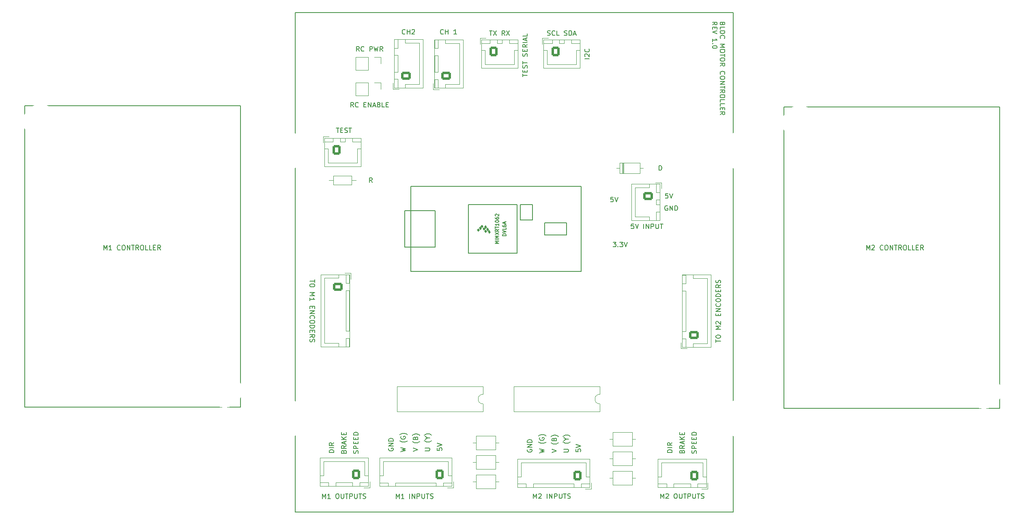
<source format=gto>
%TF.GenerationSoftware,KiCad,Pcbnew,6.0.11-2627ca5db0~126~ubuntu20.04.1*%
%TF.CreationDate,2023-02-06T13:13:28-05:00*%
%TF.ProjectId,ScooterBLDCMotorController,53636f6f-7465-4724-924c-44434d6f746f,rev?*%
%TF.SameCoordinates,Original*%
%TF.FileFunction,Legend,Top*%
%TF.FilePolarity,Positive*%
%FSLAX46Y46*%
G04 Gerber Fmt 4.6, Leading zero omitted, Abs format (unit mm)*
G04 Created by KiCad (PCBNEW 6.0.11-2627ca5db0~126~ubuntu20.04.1) date 2023-02-06 13:13:28*
%MOMM*%
%LPD*%
G01*
G04 APERTURE LIST*
G04 Aperture macros list*
%AMRoundRect*
0 Rectangle with rounded corners*
0 $1 Rounding radius*
0 $2 $3 $4 $5 $6 $7 $8 $9 X,Y pos of 4 corners*
0 Add a 4 corners polygon primitive as box body*
4,1,4,$2,$3,$4,$5,$6,$7,$8,$9,$2,$3,0*
0 Add four circle primitives for the rounded corners*
1,1,$1+$1,$2,$3*
1,1,$1+$1,$4,$5*
1,1,$1+$1,$6,$7*
1,1,$1+$1,$8,$9*
0 Add four rect primitives between the rounded corners*
20,1,$1+$1,$2,$3,$4,$5,0*
20,1,$1+$1,$4,$5,$6,$7,0*
20,1,$1+$1,$6,$7,$8,$9,0*
20,1,$1+$1,$8,$9,$2,$3,0*%
G04 Aperture macros list end*
%ADD10C,0.150000*%
%ADD11C,0.120000*%
%ADD12C,0.100000*%
%ADD13RoundRect,0.250000X0.600000X0.725000X-0.600000X0.725000X-0.600000X-0.725000X0.600000X-0.725000X0*%
%ADD14O,1.700000X1.950000*%
%ADD15C,8.500000*%
%ADD16C,1.600000*%
%ADD17O,1.600000X1.600000*%
%ADD18C,7.200000*%
%ADD19C,1.524000*%
%ADD20R,1.524000X1.524000*%
%ADD21RoundRect,0.250000X0.725000X-0.600000X0.725000X0.600000X-0.725000X0.600000X-0.725000X-0.600000X0*%
%ADD22O,1.950000X1.700000*%
%ADD23RoundRect,0.250000X-0.750000X0.600000X-0.750000X-0.600000X0.750000X-0.600000X0.750000X0.600000X0*%
%ADD24O,2.000000X1.700000*%
%ADD25C,9.200000*%
%ADD26RoundRect,0.250000X-0.600000X-0.750000X0.600000X-0.750000X0.600000X0.750000X-0.600000X0.750000X0*%
%ADD27O,1.700000X2.000000*%
%ADD28C,1.400000*%
%ADD29O,1.400000X1.400000*%
%ADD30R,1.600000X1.600000*%
%ADD31R,1.700000X1.700000*%
%ADD32O,1.700000X1.700000*%
%ADD33RoundRect,0.250000X-0.725000X0.600000X-0.725000X-0.600000X0.725000X-0.600000X0.725000X0.600000X0*%
G04 APERTURE END LIST*
D10*
X194564000Y-144145000D02*
X103124000Y-144145000D01*
X103124000Y-144145000D02*
X103124000Y-39751000D01*
X103124000Y-39751000D02*
X194564000Y-39751000D01*
X194564000Y-39751000D02*
X194564000Y-144145000D01*
X205190000Y-59428000D02*
X250190000Y-59428000D01*
X250190000Y-59428000D02*
X250190000Y-122428000D01*
X250190000Y-122428000D02*
X205190000Y-122428000D01*
X205190000Y-122428000D02*
X205190000Y-59428000D01*
X46694000Y-59178000D02*
X91694000Y-59178000D01*
X91694000Y-59178000D02*
X91694000Y-122178000D01*
X91694000Y-122178000D02*
X46694000Y-122178000D01*
X46694000Y-122178000D02*
X46694000Y-59178000D01*
X154138380Y-131770190D02*
X155138380Y-131532095D01*
X154424095Y-131341619D01*
X155138380Y-131151142D01*
X154138380Y-130913047D01*
X155519333Y-129484476D02*
X155471714Y-129532095D01*
X155328857Y-129627333D01*
X155233619Y-129674952D01*
X155090761Y-129722571D01*
X154852666Y-129770190D01*
X154662190Y-129770190D01*
X154424095Y-129722571D01*
X154281238Y-129674952D01*
X154186000Y-129627333D01*
X154043142Y-129532095D01*
X153995523Y-129484476D01*
X154186000Y-128579714D02*
X154138380Y-128674952D01*
X154138380Y-128817809D01*
X154186000Y-128960666D01*
X154281238Y-129055904D01*
X154376476Y-129103523D01*
X154566952Y-129151142D01*
X154709809Y-129151142D01*
X154900285Y-129103523D01*
X154995523Y-129055904D01*
X155090761Y-128960666D01*
X155138380Y-128817809D01*
X155138380Y-128722571D01*
X155090761Y-128579714D01*
X155043142Y-128532095D01*
X154709809Y-128532095D01*
X154709809Y-128722571D01*
X155519333Y-128198761D02*
X155471714Y-128151142D01*
X155328857Y-128055904D01*
X155233619Y-128008285D01*
X155090761Y-127960666D01*
X154852666Y-127913047D01*
X154662190Y-127913047D01*
X154424095Y-127960666D01*
X154281238Y-128008285D01*
X154186000Y-128055904D01*
X154043142Y-128151142D01*
X153995523Y-128198761D01*
X181848380Y-131666000D02*
X180848380Y-131666000D01*
X180848380Y-131427904D01*
X180896000Y-131285047D01*
X180991238Y-131189809D01*
X181086476Y-131142190D01*
X181276952Y-131094571D01*
X181419809Y-131094571D01*
X181610285Y-131142190D01*
X181705523Y-131189809D01*
X181800761Y-131285047D01*
X181848380Y-131427904D01*
X181848380Y-131666000D01*
X181848380Y-130666000D02*
X180848380Y-130666000D01*
X181848380Y-129618380D02*
X181372190Y-129951714D01*
X181848380Y-130189809D02*
X180848380Y-130189809D01*
X180848380Y-129808857D01*
X180896000Y-129713619D01*
X180943619Y-129666000D01*
X181038857Y-129618380D01*
X181181714Y-129618380D01*
X181276952Y-129666000D01*
X181324571Y-129713619D01*
X181372190Y-129808857D01*
X181372190Y-130189809D01*
X143716952Y-43504380D02*
X144288380Y-43504380D01*
X144002666Y-44504380D02*
X144002666Y-43504380D01*
X144526476Y-43504380D02*
X145193142Y-44504380D01*
X145193142Y-43504380D02*
X144526476Y-44504380D01*
X146907428Y-44504380D02*
X146574095Y-44028190D01*
X146336000Y-44504380D02*
X146336000Y-43504380D01*
X146716952Y-43504380D01*
X146812190Y-43552000D01*
X146859809Y-43599619D01*
X146907428Y-43694857D01*
X146907428Y-43837714D01*
X146859809Y-43932952D01*
X146812190Y-43980571D01*
X146716952Y-44028190D01*
X146336000Y-44028190D01*
X147240761Y-43504380D02*
X147907428Y-44504380D01*
X147907428Y-43504380D02*
X147240761Y-44504380D01*
X155813809Y-44456761D02*
X155956666Y-44504380D01*
X156194761Y-44504380D01*
X156290000Y-44456761D01*
X156337619Y-44409142D01*
X156385238Y-44313904D01*
X156385238Y-44218666D01*
X156337619Y-44123428D01*
X156290000Y-44075809D01*
X156194761Y-44028190D01*
X156004285Y-43980571D01*
X155909047Y-43932952D01*
X155861428Y-43885333D01*
X155813809Y-43790095D01*
X155813809Y-43694857D01*
X155861428Y-43599619D01*
X155909047Y-43552000D01*
X156004285Y-43504380D01*
X156242380Y-43504380D01*
X156385238Y-43552000D01*
X157385238Y-44409142D02*
X157337619Y-44456761D01*
X157194761Y-44504380D01*
X157099523Y-44504380D01*
X156956666Y-44456761D01*
X156861428Y-44361523D01*
X156813809Y-44266285D01*
X156766190Y-44075809D01*
X156766190Y-43932952D01*
X156813809Y-43742476D01*
X156861428Y-43647238D01*
X156956666Y-43552000D01*
X157099523Y-43504380D01*
X157194761Y-43504380D01*
X157337619Y-43552000D01*
X157385238Y-43599619D01*
X158290000Y-44504380D02*
X157813809Y-44504380D01*
X157813809Y-43504380D01*
X159337619Y-44456761D02*
X159480476Y-44504380D01*
X159718571Y-44504380D01*
X159813809Y-44456761D01*
X159861428Y-44409142D01*
X159909047Y-44313904D01*
X159909047Y-44218666D01*
X159861428Y-44123428D01*
X159813809Y-44075809D01*
X159718571Y-44028190D01*
X159528095Y-43980571D01*
X159432857Y-43932952D01*
X159385238Y-43885333D01*
X159337619Y-43790095D01*
X159337619Y-43694857D01*
X159385238Y-43599619D01*
X159432857Y-43552000D01*
X159528095Y-43504380D01*
X159766190Y-43504380D01*
X159909047Y-43552000D01*
X160337619Y-44504380D02*
X160337619Y-43504380D01*
X160575714Y-43504380D01*
X160718571Y-43552000D01*
X160813809Y-43647238D01*
X160861428Y-43742476D01*
X160909047Y-43932952D01*
X160909047Y-44075809D01*
X160861428Y-44266285D01*
X160813809Y-44361523D01*
X160718571Y-44456761D01*
X160575714Y-44504380D01*
X160337619Y-44504380D01*
X161290000Y-44218666D02*
X161766190Y-44218666D01*
X161194761Y-44504380D02*
X161528095Y-43504380D01*
X161861428Y-44504380D01*
X134096571Y-44155142D02*
X134048952Y-44202761D01*
X133906095Y-44250380D01*
X133810857Y-44250380D01*
X133668000Y-44202761D01*
X133572761Y-44107523D01*
X133525142Y-44012285D01*
X133477523Y-43821809D01*
X133477523Y-43678952D01*
X133525142Y-43488476D01*
X133572761Y-43393238D01*
X133668000Y-43298000D01*
X133810857Y-43250380D01*
X133906095Y-43250380D01*
X134048952Y-43298000D01*
X134096571Y-43345619D01*
X134525142Y-44250380D02*
X134525142Y-43250380D01*
X134525142Y-43726571D02*
X135096571Y-43726571D01*
X135096571Y-44250380D02*
X135096571Y-43250380D01*
X136858476Y-44250380D02*
X136287047Y-44250380D01*
X136572761Y-44250380D02*
X136572761Y-43250380D01*
X136477523Y-43393238D01*
X136382285Y-43488476D01*
X136287047Y-43536095D01*
X63183238Y-89352380D02*
X63183238Y-88352380D01*
X63516571Y-89066666D01*
X63849904Y-88352380D01*
X63849904Y-89352380D01*
X64849904Y-89352380D02*
X64278476Y-89352380D01*
X64564190Y-89352380D02*
X64564190Y-88352380D01*
X64468952Y-88495238D01*
X64373714Y-88590476D01*
X64278476Y-88638095D01*
X66611809Y-89257142D02*
X66564190Y-89304761D01*
X66421333Y-89352380D01*
X66326095Y-89352380D01*
X66183238Y-89304761D01*
X66088000Y-89209523D01*
X66040380Y-89114285D01*
X65992761Y-88923809D01*
X65992761Y-88780952D01*
X66040380Y-88590476D01*
X66088000Y-88495238D01*
X66183238Y-88400000D01*
X66326095Y-88352380D01*
X66421333Y-88352380D01*
X66564190Y-88400000D01*
X66611809Y-88447619D01*
X67230857Y-88352380D02*
X67421333Y-88352380D01*
X67516571Y-88400000D01*
X67611809Y-88495238D01*
X67659428Y-88685714D01*
X67659428Y-89019047D01*
X67611809Y-89209523D01*
X67516571Y-89304761D01*
X67421333Y-89352380D01*
X67230857Y-89352380D01*
X67135619Y-89304761D01*
X67040380Y-89209523D01*
X66992761Y-89019047D01*
X66992761Y-88685714D01*
X67040380Y-88495238D01*
X67135619Y-88400000D01*
X67230857Y-88352380D01*
X68088000Y-89352380D02*
X68088000Y-88352380D01*
X68659428Y-89352380D01*
X68659428Y-88352380D01*
X68992761Y-88352380D02*
X69564190Y-88352380D01*
X69278476Y-89352380D02*
X69278476Y-88352380D01*
X70468952Y-89352380D02*
X70135619Y-88876190D01*
X69897523Y-89352380D02*
X69897523Y-88352380D01*
X70278476Y-88352380D01*
X70373714Y-88400000D01*
X70421333Y-88447619D01*
X70468952Y-88542857D01*
X70468952Y-88685714D01*
X70421333Y-88780952D01*
X70373714Y-88828571D01*
X70278476Y-88876190D01*
X69897523Y-88876190D01*
X71088000Y-88352380D02*
X71278476Y-88352380D01*
X71373714Y-88400000D01*
X71468952Y-88495238D01*
X71516571Y-88685714D01*
X71516571Y-89019047D01*
X71468952Y-89209523D01*
X71373714Y-89304761D01*
X71278476Y-89352380D01*
X71088000Y-89352380D01*
X70992761Y-89304761D01*
X70897523Y-89209523D01*
X70849904Y-89019047D01*
X70849904Y-88685714D01*
X70897523Y-88495238D01*
X70992761Y-88400000D01*
X71088000Y-88352380D01*
X72421333Y-89352380D02*
X71945142Y-89352380D01*
X71945142Y-88352380D01*
X73230857Y-89352380D02*
X72754666Y-89352380D01*
X72754666Y-88352380D01*
X73564190Y-88828571D02*
X73897523Y-88828571D01*
X74040380Y-89352380D02*
X73564190Y-89352380D01*
X73564190Y-88352380D01*
X74040380Y-88352380D01*
X75040380Y-89352380D02*
X74707047Y-88876190D01*
X74468952Y-89352380D02*
X74468952Y-88352380D01*
X74849904Y-88352380D01*
X74945142Y-88400000D01*
X74992761Y-88447619D01*
X75040380Y-88542857D01*
X75040380Y-88685714D01*
X74992761Y-88780952D01*
X74945142Y-88828571D01*
X74849904Y-88876190D01*
X74468952Y-88876190D01*
X152884666Y-141278380D02*
X152884666Y-140278380D01*
X153218000Y-140992666D01*
X153551333Y-140278380D01*
X153551333Y-141278380D01*
X153979904Y-140373619D02*
X154027523Y-140326000D01*
X154122761Y-140278380D01*
X154360857Y-140278380D01*
X154456095Y-140326000D01*
X154503714Y-140373619D01*
X154551333Y-140468857D01*
X154551333Y-140564095D01*
X154503714Y-140706952D01*
X153932285Y-141278380D01*
X154551333Y-141278380D01*
X155741809Y-141278380D02*
X155741809Y-140278380D01*
X156218000Y-141278380D02*
X156218000Y-140278380D01*
X156789428Y-141278380D01*
X156789428Y-140278380D01*
X157265619Y-141278380D02*
X157265619Y-140278380D01*
X157646571Y-140278380D01*
X157741809Y-140326000D01*
X157789428Y-140373619D01*
X157837047Y-140468857D01*
X157837047Y-140611714D01*
X157789428Y-140706952D01*
X157741809Y-140754571D01*
X157646571Y-140802190D01*
X157265619Y-140802190D01*
X158265619Y-140278380D02*
X158265619Y-141087904D01*
X158313238Y-141183142D01*
X158360857Y-141230761D01*
X158456095Y-141278380D01*
X158646571Y-141278380D01*
X158741809Y-141230761D01*
X158789428Y-141183142D01*
X158837047Y-141087904D01*
X158837047Y-140278380D01*
X159170380Y-140278380D02*
X159741809Y-140278380D01*
X159456095Y-141278380D02*
X159456095Y-140278380D01*
X160027523Y-141230761D02*
X160170380Y-141278380D01*
X160408476Y-141278380D01*
X160503714Y-141230761D01*
X160551333Y-141183142D01*
X160598952Y-141087904D01*
X160598952Y-140992666D01*
X160551333Y-140897428D01*
X160503714Y-140849809D01*
X160408476Y-140802190D01*
X160218000Y-140754571D01*
X160122761Y-140706952D01*
X160075142Y-140659333D01*
X160027523Y-140564095D01*
X160027523Y-140468857D01*
X160075142Y-140373619D01*
X160122761Y-140326000D01*
X160218000Y-140278380D01*
X160456095Y-140278380D01*
X160598952Y-140326000D01*
X107227619Y-95560380D02*
X107227619Y-96131809D01*
X106227619Y-95846095D02*
X107227619Y-95846095D01*
X107227619Y-96655619D02*
X107227619Y-96846095D01*
X107180000Y-96941333D01*
X107084761Y-97036571D01*
X106894285Y-97084190D01*
X106560952Y-97084190D01*
X106370476Y-97036571D01*
X106275238Y-96941333D01*
X106227619Y-96846095D01*
X106227619Y-96655619D01*
X106275238Y-96560380D01*
X106370476Y-96465142D01*
X106560952Y-96417523D01*
X106894285Y-96417523D01*
X107084761Y-96465142D01*
X107180000Y-96560380D01*
X107227619Y-96655619D01*
X106227619Y-98274666D02*
X107227619Y-98274666D01*
X106513333Y-98608000D01*
X107227619Y-98941333D01*
X106227619Y-98941333D01*
X106227619Y-99941333D02*
X106227619Y-99369904D01*
X106227619Y-99655619D02*
X107227619Y-99655619D01*
X107084761Y-99560380D01*
X106989523Y-99465142D01*
X106941904Y-99369904D01*
X106751428Y-101131809D02*
X106751428Y-101465142D01*
X106227619Y-101608000D02*
X106227619Y-101131809D01*
X107227619Y-101131809D01*
X107227619Y-101608000D01*
X106227619Y-102036571D02*
X107227619Y-102036571D01*
X106227619Y-102608000D01*
X107227619Y-102608000D01*
X106322857Y-103655619D02*
X106275238Y-103608000D01*
X106227619Y-103465142D01*
X106227619Y-103369904D01*
X106275238Y-103227047D01*
X106370476Y-103131809D01*
X106465714Y-103084190D01*
X106656190Y-103036571D01*
X106799047Y-103036571D01*
X106989523Y-103084190D01*
X107084761Y-103131809D01*
X107180000Y-103227047D01*
X107227619Y-103369904D01*
X107227619Y-103465142D01*
X107180000Y-103608000D01*
X107132380Y-103655619D01*
X107227619Y-104274666D02*
X107227619Y-104465142D01*
X107180000Y-104560380D01*
X107084761Y-104655619D01*
X106894285Y-104703238D01*
X106560952Y-104703238D01*
X106370476Y-104655619D01*
X106275238Y-104560380D01*
X106227619Y-104465142D01*
X106227619Y-104274666D01*
X106275238Y-104179428D01*
X106370476Y-104084190D01*
X106560952Y-104036571D01*
X106894285Y-104036571D01*
X107084761Y-104084190D01*
X107180000Y-104179428D01*
X107227619Y-104274666D01*
X106227619Y-105131809D02*
X107227619Y-105131809D01*
X107227619Y-105369904D01*
X107180000Y-105512761D01*
X107084761Y-105608000D01*
X106989523Y-105655619D01*
X106799047Y-105703238D01*
X106656190Y-105703238D01*
X106465714Y-105655619D01*
X106370476Y-105608000D01*
X106275238Y-105512761D01*
X106227619Y-105369904D01*
X106227619Y-105131809D01*
X106751428Y-106131809D02*
X106751428Y-106465142D01*
X106227619Y-106608000D02*
X106227619Y-106131809D01*
X107227619Y-106131809D01*
X107227619Y-106608000D01*
X106227619Y-107608000D02*
X106703809Y-107274666D01*
X106227619Y-107036571D02*
X107227619Y-107036571D01*
X107227619Y-107417523D01*
X107180000Y-107512761D01*
X107132380Y-107560380D01*
X107037142Y-107608000D01*
X106894285Y-107608000D01*
X106799047Y-107560380D01*
X106751428Y-107512761D01*
X106703809Y-107417523D01*
X106703809Y-107036571D01*
X106275238Y-107988952D02*
X106227619Y-108131809D01*
X106227619Y-108369904D01*
X106275238Y-108465142D01*
X106322857Y-108512761D01*
X106418095Y-108560380D01*
X106513333Y-108560380D01*
X106608571Y-108512761D01*
X106656190Y-108465142D01*
X106703809Y-108369904D01*
X106751428Y-108179428D01*
X106799047Y-108084190D01*
X106846666Y-108036571D01*
X106941904Y-107988952D01*
X107037142Y-107988952D01*
X107132380Y-108036571D01*
X107180000Y-108084190D01*
X107227619Y-108179428D01*
X107227619Y-108417523D01*
X107180000Y-108560380D01*
X179436000Y-141278380D02*
X179436000Y-140278380D01*
X179769333Y-140992666D01*
X180102666Y-140278380D01*
X180102666Y-141278380D01*
X180531238Y-140373619D02*
X180578857Y-140326000D01*
X180674095Y-140278380D01*
X180912190Y-140278380D01*
X181007428Y-140326000D01*
X181055047Y-140373619D01*
X181102666Y-140468857D01*
X181102666Y-140564095D01*
X181055047Y-140706952D01*
X180483619Y-141278380D01*
X181102666Y-141278380D01*
X182483619Y-140278380D02*
X182674095Y-140278380D01*
X182769333Y-140326000D01*
X182864571Y-140421238D01*
X182912190Y-140611714D01*
X182912190Y-140945047D01*
X182864571Y-141135523D01*
X182769333Y-141230761D01*
X182674095Y-141278380D01*
X182483619Y-141278380D01*
X182388380Y-141230761D01*
X182293142Y-141135523D01*
X182245523Y-140945047D01*
X182245523Y-140611714D01*
X182293142Y-140421238D01*
X182388380Y-140326000D01*
X182483619Y-140278380D01*
X183340761Y-140278380D02*
X183340761Y-141087904D01*
X183388380Y-141183142D01*
X183436000Y-141230761D01*
X183531238Y-141278380D01*
X183721714Y-141278380D01*
X183816952Y-141230761D01*
X183864571Y-141183142D01*
X183912190Y-141087904D01*
X183912190Y-140278380D01*
X184245523Y-140278380D02*
X184816952Y-140278380D01*
X184531238Y-141278380D02*
X184531238Y-140278380D01*
X185150285Y-141278380D02*
X185150285Y-140278380D01*
X185531238Y-140278380D01*
X185626476Y-140326000D01*
X185674095Y-140373619D01*
X185721714Y-140468857D01*
X185721714Y-140611714D01*
X185674095Y-140706952D01*
X185626476Y-140754571D01*
X185531238Y-140802190D01*
X185150285Y-140802190D01*
X186150285Y-140278380D02*
X186150285Y-141087904D01*
X186197904Y-141183142D01*
X186245523Y-141230761D01*
X186340761Y-141278380D01*
X186531238Y-141278380D01*
X186626476Y-141230761D01*
X186674095Y-141183142D01*
X186721714Y-141087904D01*
X186721714Y-140278380D01*
X187055047Y-140278380D02*
X187626476Y-140278380D01*
X187340761Y-141278380D02*
X187340761Y-140278380D01*
X187912190Y-141230761D02*
X188055047Y-141278380D01*
X188293142Y-141278380D01*
X188388380Y-141230761D01*
X188436000Y-141183142D01*
X188483619Y-141087904D01*
X188483619Y-140992666D01*
X188436000Y-140897428D01*
X188388380Y-140849809D01*
X188293142Y-140802190D01*
X188102666Y-140754571D01*
X188007428Y-140706952D01*
X187959809Y-140659333D01*
X187912190Y-140564095D01*
X187912190Y-140468857D01*
X187959809Y-140373619D01*
X188007428Y-140326000D01*
X188102666Y-140278380D01*
X188340761Y-140278380D01*
X188483619Y-140326000D01*
X180951523Y-77540380D02*
X180475333Y-77540380D01*
X180427714Y-78016571D01*
X180475333Y-77968952D01*
X180570571Y-77921333D01*
X180808666Y-77921333D01*
X180903904Y-77968952D01*
X180951523Y-78016571D01*
X180999142Y-78111809D01*
X180999142Y-78349904D01*
X180951523Y-78445142D01*
X180903904Y-78492761D01*
X180808666Y-78540380D01*
X180570571Y-78540380D01*
X180475333Y-78492761D01*
X180427714Y-78445142D01*
X181284857Y-77540380D02*
X181618190Y-78540380D01*
X181951523Y-77540380D01*
X222441238Y-89352380D02*
X222441238Y-88352380D01*
X222774571Y-89066666D01*
X223107904Y-88352380D01*
X223107904Y-89352380D01*
X223536476Y-88447619D02*
X223584095Y-88400000D01*
X223679333Y-88352380D01*
X223917428Y-88352380D01*
X224012666Y-88400000D01*
X224060285Y-88447619D01*
X224107904Y-88542857D01*
X224107904Y-88638095D01*
X224060285Y-88780952D01*
X223488857Y-89352380D01*
X224107904Y-89352380D01*
X225869809Y-89257142D02*
X225822190Y-89304761D01*
X225679333Y-89352380D01*
X225584095Y-89352380D01*
X225441238Y-89304761D01*
X225346000Y-89209523D01*
X225298380Y-89114285D01*
X225250761Y-88923809D01*
X225250761Y-88780952D01*
X225298380Y-88590476D01*
X225346000Y-88495238D01*
X225441238Y-88400000D01*
X225584095Y-88352380D01*
X225679333Y-88352380D01*
X225822190Y-88400000D01*
X225869809Y-88447619D01*
X226488857Y-88352380D02*
X226679333Y-88352380D01*
X226774571Y-88400000D01*
X226869809Y-88495238D01*
X226917428Y-88685714D01*
X226917428Y-89019047D01*
X226869809Y-89209523D01*
X226774571Y-89304761D01*
X226679333Y-89352380D01*
X226488857Y-89352380D01*
X226393619Y-89304761D01*
X226298380Y-89209523D01*
X226250761Y-89019047D01*
X226250761Y-88685714D01*
X226298380Y-88495238D01*
X226393619Y-88400000D01*
X226488857Y-88352380D01*
X227346000Y-89352380D02*
X227346000Y-88352380D01*
X227917428Y-89352380D01*
X227917428Y-88352380D01*
X228250761Y-88352380D02*
X228822190Y-88352380D01*
X228536476Y-89352380D02*
X228536476Y-88352380D01*
X229726952Y-89352380D02*
X229393619Y-88876190D01*
X229155523Y-89352380D02*
X229155523Y-88352380D01*
X229536476Y-88352380D01*
X229631714Y-88400000D01*
X229679333Y-88447619D01*
X229726952Y-88542857D01*
X229726952Y-88685714D01*
X229679333Y-88780952D01*
X229631714Y-88828571D01*
X229536476Y-88876190D01*
X229155523Y-88876190D01*
X230346000Y-88352380D02*
X230536476Y-88352380D01*
X230631714Y-88400000D01*
X230726952Y-88495238D01*
X230774571Y-88685714D01*
X230774571Y-89019047D01*
X230726952Y-89209523D01*
X230631714Y-89304761D01*
X230536476Y-89352380D01*
X230346000Y-89352380D01*
X230250761Y-89304761D01*
X230155523Y-89209523D01*
X230107904Y-89019047D01*
X230107904Y-88685714D01*
X230155523Y-88495238D01*
X230250761Y-88400000D01*
X230346000Y-88352380D01*
X231679333Y-89352380D02*
X231203142Y-89352380D01*
X231203142Y-88352380D01*
X232488857Y-89352380D02*
X232012666Y-89352380D01*
X232012666Y-88352380D01*
X232822190Y-88828571D02*
X233155523Y-88828571D01*
X233298380Y-89352380D02*
X232822190Y-89352380D01*
X232822190Y-88352380D01*
X233298380Y-88352380D01*
X234298380Y-89352380D02*
X233965047Y-88876190D01*
X233726952Y-89352380D02*
X233726952Y-88352380D01*
X234107904Y-88352380D01*
X234203142Y-88400000D01*
X234250761Y-88447619D01*
X234298380Y-88542857D01*
X234298380Y-88685714D01*
X234250761Y-88780952D01*
X234203142Y-88828571D01*
X234107904Y-88876190D01*
X233726952Y-88876190D01*
X111728761Y-63824380D02*
X112300190Y-63824380D01*
X112014476Y-64824380D02*
X112014476Y-63824380D01*
X112633523Y-64300571D02*
X112966857Y-64300571D01*
X113109714Y-64824380D02*
X112633523Y-64824380D01*
X112633523Y-63824380D01*
X113109714Y-63824380D01*
X113490666Y-64776761D02*
X113633523Y-64824380D01*
X113871619Y-64824380D01*
X113966857Y-64776761D01*
X114014476Y-64729142D01*
X114062095Y-64633904D01*
X114062095Y-64538666D01*
X114014476Y-64443428D01*
X113966857Y-64395809D01*
X113871619Y-64348190D01*
X113681142Y-64300571D01*
X113585904Y-64252952D01*
X113538285Y-64205333D01*
X113490666Y-64110095D01*
X113490666Y-64014857D01*
X113538285Y-63919619D01*
X113585904Y-63872000D01*
X113681142Y-63824380D01*
X113919238Y-63824380D01*
X114062095Y-63872000D01*
X114347809Y-63824380D02*
X114919238Y-63824380D01*
X114633523Y-64824380D02*
X114633523Y-63824380D01*
X156718380Y-131674952D02*
X157718380Y-131341619D01*
X156718380Y-131008285D01*
X158099333Y-129627333D02*
X158051714Y-129674952D01*
X157908857Y-129770190D01*
X157813619Y-129817809D01*
X157670761Y-129865428D01*
X157432666Y-129913047D01*
X157242190Y-129913047D01*
X157004095Y-129865428D01*
X156861238Y-129817809D01*
X156766000Y-129770190D01*
X156623142Y-129674952D01*
X156575523Y-129627333D01*
X157194571Y-128913047D02*
X157242190Y-128770190D01*
X157289809Y-128722571D01*
X157385047Y-128674952D01*
X157527904Y-128674952D01*
X157623142Y-128722571D01*
X157670761Y-128770190D01*
X157718380Y-128865428D01*
X157718380Y-129246380D01*
X156718380Y-129246380D01*
X156718380Y-128913047D01*
X156766000Y-128817809D01*
X156813619Y-128770190D01*
X156908857Y-128722571D01*
X157004095Y-128722571D01*
X157099333Y-128770190D01*
X157146952Y-128817809D01*
X157194571Y-128913047D01*
X157194571Y-129246380D01*
X158099333Y-128341619D02*
X158051714Y-128294000D01*
X157908857Y-128198761D01*
X157813619Y-128151142D01*
X157670761Y-128103523D01*
X157432666Y-128055904D01*
X157242190Y-128055904D01*
X157004095Y-128103523D01*
X156861238Y-128151142D01*
X156766000Y-128198761D01*
X156623142Y-128294000D01*
X156575523Y-128341619D01*
X125182380Y-131516190D02*
X126182380Y-131278095D01*
X125468095Y-131087619D01*
X126182380Y-130897142D01*
X125182380Y-130659047D01*
X126563333Y-129230476D02*
X126515714Y-129278095D01*
X126372857Y-129373333D01*
X126277619Y-129420952D01*
X126134761Y-129468571D01*
X125896666Y-129516190D01*
X125706190Y-129516190D01*
X125468095Y-129468571D01*
X125325238Y-129420952D01*
X125230000Y-129373333D01*
X125087142Y-129278095D01*
X125039523Y-129230476D01*
X125230000Y-128325714D02*
X125182380Y-128420952D01*
X125182380Y-128563809D01*
X125230000Y-128706666D01*
X125325238Y-128801904D01*
X125420476Y-128849523D01*
X125610952Y-128897142D01*
X125753809Y-128897142D01*
X125944285Y-128849523D01*
X126039523Y-128801904D01*
X126134761Y-128706666D01*
X126182380Y-128563809D01*
X126182380Y-128468571D01*
X126134761Y-128325714D01*
X126087142Y-128278095D01*
X125753809Y-128278095D01*
X125753809Y-128468571D01*
X126563333Y-127944761D02*
X126515714Y-127897142D01*
X126372857Y-127801904D01*
X126277619Y-127754285D01*
X126134761Y-127706666D01*
X125896666Y-127659047D01*
X125706190Y-127659047D01*
X125468095Y-127706666D01*
X125325238Y-127754285D01*
X125230000Y-127801904D01*
X125087142Y-127897142D01*
X125039523Y-127944761D01*
X124222666Y-141295380D02*
X124222666Y-140295380D01*
X124556000Y-141009666D01*
X124889333Y-140295380D01*
X124889333Y-141295380D01*
X125889333Y-141295380D02*
X125317904Y-141295380D01*
X125603619Y-141295380D02*
X125603619Y-140295380D01*
X125508380Y-140438238D01*
X125413142Y-140533476D01*
X125317904Y-140581095D01*
X127079809Y-141295380D02*
X127079809Y-140295380D01*
X127556000Y-141295380D02*
X127556000Y-140295380D01*
X128127428Y-141295380D01*
X128127428Y-140295380D01*
X128603619Y-141295380D02*
X128603619Y-140295380D01*
X128984571Y-140295380D01*
X129079809Y-140343000D01*
X129127428Y-140390619D01*
X129175047Y-140485857D01*
X129175047Y-140628714D01*
X129127428Y-140723952D01*
X129079809Y-140771571D01*
X128984571Y-140819190D01*
X128603619Y-140819190D01*
X129603619Y-140295380D02*
X129603619Y-141104904D01*
X129651238Y-141200142D01*
X129698857Y-141247761D01*
X129794095Y-141295380D01*
X129984571Y-141295380D01*
X130079809Y-141247761D01*
X130127428Y-141200142D01*
X130175047Y-141104904D01*
X130175047Y-140295380D01*
X130508380Y-140295380D02*
X131079809Y-140295380D01*
X130794095Y-141295380D02*
X130794095Y-140295380D01*
X131365523Y-141247761D02*
X131508380Y-141295380D01*
X131746476Y-141295380D01*
X131841714Y-141247761D01*
X131889333Y-141200142D01*
X131936952Y-141104904D01*
X131936952Y-141009666D01*
X131889333Y-140914428D01*
X131841714Y-140866809D01*
X131746476Y-140819190D01*
X131556000Y-140771571D01*
X131460761Y-140723952D01*
X131413142Y-140676333D01*
X131365523Y-140581095D01*
X131365523Y-140485857D01*
X131413142Y-140390619D01*
X131460761Y-140343000D01*
X131556000Y-140295380D01*
X131794095Y-140295380D01*
X131936952Y-140343000D01*
X173831904Y-83890380D02*
X173355714Y-83890380D01*
X173308095Y-84366571D01*
X173355714Y-84318952D01*
X173450952Y-84271333D01*
X173689047Y-84271333D01*
X173784285Y-84318952D01*
X173831904Y-84366571D01*
X173879523Y-84461809D01*
X173879523Y-84699904D01*
X173831904Y-84795142D01*
X173784285Y-84842761D01*
X173689047Y-84890380D01*
X173450952Y-84890380D01*
X173355714Y-84842761D01*
X173308095Y-84795142D01*
X174165238Y-83890380D02*
X174498571Y-84890380D01*
X174831904Y-83890380D01*
X175927142Y-84890380D02*
X175927142Y-83890380D01*
X176403333Y-84890380D02*
X176403333Y-83890380D01*
X176974761Y-84890380D01*
X176974761Y-83890380D01*
X177450952Y-84890380D02*
X177450952Y-83890380D01*
X177831904Y-83890380D01*
X177927142Y-83938000D01*
X177974761Y-83985619D01*
X178022380Y-84080857D01*
X178022380Y-84223714D01*
X177974761Y-84318952D01*
X177927142Y-84366571D01*
X177831904Y-84414190D01*
X177450952Y-84414190D01*
X178450952Y-83890380D02*
X178450952Y-84699904D01*
X178498571Y-84795142D01*
X178546190Y-84842761D01*
X178641428Y-84890380D01*
X178831904Y-84890380D01*
X178927142Y-84842761D01*
X178974761Y-84795142D01*
X179022380Y-84699904D01*
X179022380Y-83890380D01*
X179355714Y-83890380D02*
X179927142Y-83890380D01*
X179641428Y-84890380D02*
X179641428Y-83890380D01*
X180888095Y-80128000D02*
X180792857Y-80080380D01*
X180650000Y-80080380D01*
X180507142Y-80128000D01*
X180411904Y-80223238D01*
X180364285Y-80318476D01*
X180316666Y-80508952D01*
X180316666Y-80651809D01*
X180364285Y-80842285D01*
X180411904Y-80937523D01*
X180507142Y-81032761D01*
X180650000Y-81080380D01*
X180745238Y-81080380D01*
X180888095Y-81032761D01*
X180935714Y-80985142D01*
X180935714Y-80651809D01*
X180745238Y-80651809D01*
X181364285Y-81080380D02*
X181364285Y-80080380D01*
X181935714Y-81080380D01*
X181935714Y-80080380D01*
X182411904Y-81080380D02*
X182411904Y-80080380D01*
X182650000Y-80080380D01*
X182792857Y-80128000D01*
X182888095Y-80223238D01*
X182935714Y-80318476D01*
X182983333Y-80508952D01*
X182983333Y-80651809D01*
X182935714Y-80842285D01*
X182888095Y-80937523D01*
X182792857Y-81032761D01*
X182650000Y-81080380D01*
X182411904Y-81080380D01*
X130262380Y-131301904D02*
X131071904Y-131301904D01*
X131167142Y-131254285D01*
X131214761Y-131206666D01*
X131262380Y-131111428D01*
X131262380Y-130920952D01*
X131214761Y-130825714D01*
X131167142Y-130778095D01*
X131071904Y-130730476D01*
X130262380Y-130730476D01*
X131643333Y-129206666D02*
X131595714Y-129254285D01*
X131452857Y-129349523D01*
X131357619Y-129397142D01*
X131214761Y-129444761D01*
X130976666Y-129492380D01*
X130786190Y-129492380D01*
X130548095Y-129444761D01*
X130405238Y-129397142D01*
X130310000Y-129349523D01*
X130167142Y-129254285D01*
X130119523Y-129206666D01*
X130786190Y-128635238D02*
X131262380Y-128635238D01*
X130262380Y-128968571D02*
X130786190Y-128635238D01*
X130262380Y-128301904D01*
X131643333Y-128063809D02*
X131595714Y-128016190D01*
X131452857Y-127920952D01*
X131357619Y-127873333D01*
X131214761Y-127825714D01*
X130976666Y-127778095D01*
X130786190Y-127778095D01*
X130548095Y-127825714D01*
X130405238Y-127873333D01*
X130310000Y-127920952D01*
X130167142Y-128016190D01*
X130119523Y-128063809D01*
X169521523Y-78302380D02*
X169045333Y-78302380D01*
X168997714Y-78778571D01*
X169045333Y-78730952D01*
X169140571Y-78683333D01*
X169378666Y-78683333D01*
X169473904Y-78730952D01*
X169521523Y-78778571D01*
X169569142Y-78873809D01*
X169569142Y-79111904D01*
X169521523Y-79207142D01*
X169473904Y-79254761D01*
X169378666Y-79302380D01*
X169140571Y-79302380D01*
X169045333Y-79254761D01*
X168997714Y-79207142D01*
X169854857Y-78302380D02*
X170188190Y-79302380D01*
X170521523Y-78302380D01*
X159218380Y-131555904D02*
X160027904Y-131555904D01*
X160123142Y-131508285D01*
X160170761Y-131460666D01*
X160218380Y-131365428D01*
X160218380Y-131174952D01*
X160170761Y-131079714D01*
X160123142Y-131032095D01*
X160027904Y-130984476D01*
X159218380Y-130984476D01*
X160599333Y-129460666D02*
X160551714Y-129508285D01*
X160408857Y-129603523D01*
X160313619Y-129651142D01*
X160170761Y-129698761D01*
X159932666Y-129746380D01*
X159742190Y-129746380D01*
X159504095Y-129698761D01*
X159361238Y-129651142D01*
X159266000Y-129603523D01*
X159123142Y-129508285D01*
X159075523Y-129460666D01*
X159742190Y-128889238D02*
X160218380Y-128889238D01*
X159218380Y-129222571D02*
X159742190Y-128889238D01*
X159218380Y-128555904D01*
X160599333Y-128317809D02*
X160551714Y-128270190D01*
X160408857Y-128174952D01*
X160313619Y-128127333D01*
X160170761Y-128079714D01*
X159932666Y-128032095D01*
X159742190Y-128032095D01*
X159504095Y-128079714D01*
X159361238Y-128127333D01*
X159266000Y-128174952D01*
X159123142Y-128270190D01*
X159075523Y-128317809D01*
X161758380Y-131000476D02*
X161758380Y-131476666D01*
X162234571Y-131524285D01*
X162186952Y-131476666D01*
X162139333Y-131381428D01*
X162139333Y-131143333D01*
X162186952Y-131048095D01*
X162234571Y-131000476D01*
X162329809Y-130952857D01*
X162567904Y-130952857D01*
X162663142Y-131000476D01*
X162710761Y-131048095D01*
X162758380Y-131143333D01*
X162758380Y-131381428D01*
X162710761Y-131476666D01*
X162663142Y-131524285D01*
X161758380Y-130667142D02*
X162758380Y-130333809D01*
X161758380Y-130000476D01*
X113292571Y-131476523D02*
X113340190Y-131333666D01*
X113387809Y-131286047D01*
X113483047Y-131238428D01*
X113625904Y-131238428D01*
X113721142Y-131286047D01*
X113768761Y-131333666D01*
X113816380Y-131428904D01*
X113816380Y-131809857D01*
X112816380Y-131809857D01*
X112816380Y-131476523D01*
X112864000Y-131381285D01*
X112911619Y-131333666D01*
X113006857Y-131286047D01*
X113102095Y-131286047D01*
X113197333Y-131333666D01*
X113244952Y-131381285D01*
X113292571Y-131476523D01*
X113292571Y-131809857D01*
X113816380Y-130238428D02*
X113340190Y-130571761D01*
X113816380Y-130809857D02*
X112816380Y-130809857D01*
X112816380Y-130428904D01*
X112864000Y-130333666D01*
X112911619Y-130286047D01*
X113006857Y-130238428D01*
X113149714Y-130238428D01*
X113244952Y-130286047D01*
X113292571Y-130333666D01*
X113340190Y-130428904D01*
X113340190Y-130809857D01*
X113530666Y-129857476D02*
X113530666Y-129381285D01*
X113816380Y-129952714D02*
X112816380Y-129619380D01*
X113816380Y-129286047D01*
X113816380Y-128952714D02*
X112816380Y-128952714D01*
X113816380Y-128381285D02*
X113244952Y-128809857D01*
X112816380Y-128381285D02*
X113387809Y-128952714D01*
X113292571Y-127952714D02*
X113292571Y-127619380D01*
X113816380Y-127476523D02*
X113816380Y-127952714D01*
X112816380Y-127952714D01*
X112816380Y-127476523D01*
X116515142Y-47806380D02*
X116181809Y-47330190D01*
X115943714Y-47806380D02*
X115943714Y-46806380D01*
X116324666Y-46806380D01*
X116419904Y-46854000D01*
X116467523Y-46901619D01*
X116515142Y-46996857D01*
X116515142Y-47139714D01*
X116467523Y-47234952D01*
X116419904Y-47282571D01*
X116324666Y-47330190D01*
X115943714Y-47330190D01*
X117515142Y-47711142D02*
X117467523Y-47758761D01*
X117324666Y-47806380D01*
X117229428Y-47806380D01*
X117086571Y-47758761D01*
X116991333Y-47663523D01*
X116943714Y-47568285D01*
X116896095Y-47377809D01*
X116896095Y-47234952D01*
X116943714Y-47044476D01*
X116991333Y-46949238D01*
X117086571Y-46854000D01*
X117229428Y-46806380D01*
X117324666Y-46806380D01*
X117467523Y-46854000D01*
X117515142Y-46901619D01*
X118705619Y-47806380D02*
X118705619Y-46806380D01*
X119086571Y-46806380D01*
X119181809Y-46854000D01*
X119229428Y-46901619D01*
X119277047Y-46996857D01*
X119277047Y-47139714D01*
X119229428Y-47234952D01*
X119181809Y-47282571D01*
X119086571Y-47330190D01*
X118705619Y-47330190D01*
X119610380Y-46806380D02*
X119848476Y-47806380D01*
X120038952Y-47092095D01*
X120229428Y-47806380D01*
X120467523Y-46806380D01*
X121419904Y-47806380D02*
X121086571Y-47330190D01*
X120848476Y-47806380D02*
X120848476Y-46806380D01*
X121229428Y-46806380D01*
X121324666Y-46854000D01*
X121372285Y-46901619D01*
X121419904Y-46996857D01*
X121419904Y-47139714D01*
X121372285Y-47234952D01*
X121324666Y-47282571D01*
X121229428Y-47330190D01*
X120848476Y-47330190D01*
X190968380Y-108655619D02*
X190968380Y-108084190D01*
X191968380Y-108369904D02*
X190968380Y-108369904D01*
X190968380Y-107560380D02*
X190968380Y-107369904D01*
X191016000Y-107274666D01*
X191111238Y-107179428D01*
X191301714Y-107131809D01*
X191635047Y-107131809D01*
X191825523Y-107179428D01*
X191920761Y-107274666D01*
X191968380Y-107369904D01*
X191968380Y-107560380D01*
X191920761Y-107655619D01*
X191825523Y-107750857D01*
X191635047Y-107798476D01*
X191301714Y-107798476D01*
X191111238Y-107750857D01*
X191016000Y-107655619D01*
X190968380Y-107560380D01*
X191968380Y-105941333D02*
X190968380Y-105941333D01*
X191682666Y-105608000D01*
X190968380Y-105274666D01*
X191968380Y-105274666D01*
X191063619Y-104846095D02*
X191016000Y-104798476D01*
X190968380Y-104703238D01*
X190968380Y-104465142D01*
X191016000Y-104369904D01*
X191063619Y-104322285D01*
X191158857Y-104274666D01*
X191254095Y-104274666D01*
X191396952Y-104322285D01*
X191968380Y-104893714D01*
X191968380Y-104274666D01*
X191444571Y-103084190D02*
X191444571Y-102750857D01*
X191968380Y-102608000D02*
X191968380Y-103084190D01*
X190968380Y-103084190D01*
X190968380Y-102608000D01*
X191968380Y-102179428D02*
X190968380Y-102179428D01*
X191968380Y-101608000D01*
X190968380Y-101608000D01*
X191873142Y-100560380D02*
X191920761Y-100608000D01*
X191968380Y-100750857D01*
X191968380Y-100846095D01*
X191920761Y-100988952D01*
X191825523Y-101084190D01*
X191730285Y-101131809D01*
X191539809Y-101179428D01*
X191396952Y-101179428D01*
X191206476Y-101131809D01*
X191111238Y-101084190D01*
X191016000Y-100988952D01*
X190968380Y-100846095D01*
X190968380Y-100750857D01*
X191016000Y-100608000D01*
X191063619Y-100560380D01*
X190968380Y-99941333D02*
X190968380Y-99750857D01*
X191016000Y-99655619D01*
X191111238Y-99560380D01*
X191301714Y-99512761D01*
X191635047Y-99512761D01*
X191825523Y-99560380D01*
X191920761Y-99655619D01*
X191968380Y-99750857D01*
X191968380Y-99941333D01*
X191920761Y-100036571D01*
X191825523Y-100131809D01*
X191635047Y-100179428D01*
X191301714Y-100179428D01*
X191111238Y-100131809D01*
X191016000Y-100036571D01*
X190968380Y-99941333D01*
X191968380Y-99084190D02*
X190968380Y-99084190D01*
X190968380Y-98846095D01*
X191016000Y-98703238D01*
X191111238Y-98608000D01*
X191206476Y-98560380D01*
X191396952Y-98512761D01*
X191539809Y-98512761D01*
X191730285Y-98560380D01*
X191825523Y-98608000D01*
X191920761Y-98703238D01*
X191968380Y-98846095D01*
X191968380Y-99084190D01*
X191444571Y-98084190D02*
X191444571Y-97750857D01*
X191968380Y-97608000D02*
X191968380Y-98084190D01*
X190968380Y-98084190D01*
X190968380Y-97608000D01*
X191968380Y-96608000D02*
X191492190Y-96941333D01*
X191968380Y-97179428D02*
X190968380Y-97179428D01*
X190968380Y-96798476D01*
X191016000Y-96703238D01*
X191063619Y-96655619D01*
X191158857Y-96608000D01*
X191301714Y-96608000D01*
X191396952Y-96655619D01*
X191444571Y-96703238D01*
X191492190Y-96798476D01*
X191492190Y-97179428D01*
X191920761Y-96227047D02*
X191968380Y-96084190D01*
X191968380Y-95846095D01*
X191920761Y-95750857D01*
X191873142Y-95703238D01*
X191777904Y-95655619D01*
X191682666Y-95655619D01*
X191587428Y-95703238D01*
X191539809Y-95750857D01*
X191492190Y-95846095D01*
X191444571Y-96036571D01*
X191396952Y-96131809D01*
X191349333Y-96179428D01*
X191254095Y-96227047D01*
X191158857Y-96227047D01*
X191063619Y-96179428D01*
X191016000Y-96131809D01*
X190968380Y-96036571D01*
X190968380Y-95798476D01*
X191016000Y-95655619D01*
X126095523Y-44155142D02*
X126047904Y-44202761D01*
X125905047Y-44250380D01*
X125809809Y-44250380D01*
X125666952Y-44202761D01*
X125571714Y-44107523D01*
X125524095Y-44012285D01*
X125476476Y-43821809D01*
X125476476Y-43678952D01*
X125524095Y-43488476D01*
X125571714Y-43393238D01*
X125666952Y-43298000D01*
X125809809Y-43250380D01*
X125905047Y-43250380D01*
X126047904Y-43298000D01*
X126095523Y-43345619D01*
X126524095Y-44250380D02*
X126524095Y-43250380D01*
X126524095Y-43726571D02*
X127095523Y-43726571D01*
X127095523Y-44250380D02*
X127095523Y-43250380D01*
X127524095Y-43345619D02*
X127571714Y-43298000D01*
X127666952Y-43250380D01*
X127905047Y-43250380D01*
X128000285Y-43298000D01*
X128047904Y-43345619D01*
X128095523Y-43440857D01*
X128095523Y-43536095D01*
X128047904Y-43678952D01*
X127476476Y-44250380D01*
X128095523Y-44250380D01*
X119221523Y-75238380D02*
X118888190Y-74762190D01*
X118650095Y-75238380D02*
X118650095Y-74238380D01*
X119031047Y-74238380D01*
X119126285Y-74286000D01*
X119173904Y-74333619D01*
X119221523Y-74428857D01*
X119221523Y-74571714D01*
X119173904Y-74666952D01*
X119126285Y-74714571D01*
X119031047Y-74762190D01*
X118650095Y-74762190D01*
X169505809Y-87700380D02*
X170124857Y-87700380D01*
X169791523Y-88081333D01*
X169934380Y-88081333D01*
X170029619Y-88128952D01*
X170077238Y-88176571D01*
X170124857Y-88271809D01*
X170124857Y-88509904D01*
X170077238Y-88605142D01*
X170029619Y-88652761D01*
X169934380Y-88700380D01*
X169648666Y-88700380D01*
X169553428Y-88652761D01*
X169505809Y-88605142D01*
X170553428Y-88605142D02*
X170601047Y-88652761D01*
X170553428Y-88700380D01*
X170505809Y-88652761D01*
X170553428Y-88605142D01*
X170553428Y-88700380D01*
X170934380Y-87700380D02*
X171553428Y-87700380D01*
X171220095Y-88081333D01*
X171362952Y-88081333D01*
X171458190Y-88128952D01*
X171505809Y-88176571D01*
X171553428Y-88271809D01*
X171553428Y-88509904D01*
X171505809Y-88605142D01*
X171458190Y-88652761D01*
X171362952Y-88700380D01*
X171077238Y-88700380D01*
X170982000Y-88652761D01*
X170934380Y-88605142D01*
X171839142Y-87700380D02*
X172172476Y-88700380D01*
X172505809Y-87700380D01*
X122690000Y-130809904D02*
X122642380Y-130905142D01*
X122642380Y-131048000D01*
X122690000Y-131190857D01*
X122785238Y-131286095D01*
X122880476Y-131333714D01*
X123070952Y-131381333D01*
X123213809Y-131381333D01*
X123404285Y-131333714D01*
X123499523Y-131286095D01*
X123594761Y-131190857D01*
X123642380Y-131048000D01*
X123642380Y-130952761D01*
X123594761Y-130809904D01*
X123547142Y-130762285D01*
X123213809Y-130762285D01*
X123213809Y-130952761D01*
X123642380Y-130333714D02*
X122642380Y-130333714D01*
X123642380Y-129762285D01*
X122642380Y-129762285D01*
X123642380Y-129286095D02*
X122642380Y-129286095D01*
X122642380Y-129048000D01*
X122690000Y-128905142D01*
X122785238Y-128809904D01*
X122880476Y-128762285D01*
X123070952Y-128714666D01*
X123213809Y-128714666D01*
X123404285Y-128762285D01*
X123499523Y-128809904D01*
X123594761Y-128905142D01*
X123642380Y-129048000D01*
X123642380Y-129286095D01*
X150622380Y-53100190D02*
X150622380Y-52528761D01*
X151622380Y-52814476D02*
X150622380Y-52814476D01*
X151098571Y-52195428D02*
X151098571Y-51862095D01*
X151622380Y-51719238D02*
X151622380Y-52195428D01*
X150622380Y-52195428D01*
X150622380Y-51719238D01*
X151574761Y-51338285D02*
X151622380Y-51195428D01*
X151622380Y-50957333D01*
X151574761Y-50862095D01*
X151527142Y-50814476D01*
X151431904Y-50766857D01*
X151336666Y-50766857D01*
X151241428Y-50814476D01*
X151193809Y-50862095D01*
X151146190Y-50957333D01*
X151098571Y-51147809D01*
X151050952Y-51243047D01*
X151003333Y-51290666D01*
X150908095Y-51338285D01*
X150812857Y-51338285D01*
X150717619Y-51290666D01*
X150670000Y-51243047D01*
X150622380Y-51147809D01*
X150622380Y-50909714D01*
X150670000Y-50766857D01*
X150622380Y-50481142D02*
X150622380Y-49909714D01*
X151622380Y-50195428D02*
X150622380Y-50195428D01*
X151574761Y-48862095D02*
X151622380Y-48719238D01*
X151622380Y-48481142D01*
X151574761Y-48385904D01*
X151527142Y-48338285D01*
X151431904Y-48290666D01*
X151336666Y-48290666D01*
X151241428Y-48338285D01*
X151193809Y-48385904D01*
X151146190Y-48481142D01*
X151098571Y-48671619D01*
X151050952Y-48766857D01*
X151003333Y-48814476D01*
X150908095Y-48862095D01*
X150812857Y-48862095D01*
X150717619Y-48814476D01*
X150670000Y-48766857D01*
X150622380Y-48671619D01*
X150622380Y-48433523D01*
X150670000Y-48290666D01*
X151098571Y-47862095D02*
X151098571Y-47528761D01*
X151622380Y-47385904D02*
X151622380Y-47862095D01*
X150622380Y-47862095D01*
X150622380Y-47385904D01*
X151622380Y-46385904D02*
X151146190Y-46719238D01*
X151622380Y-46957333D02*
X150622380Y-46957333D01*
X150622380Y-46576380D01*
X150670000Y-46481142D01*
X150717619Y-46433523D01*
X150812857Y-46385904D01*
X150955714Y-46385904D01*
X151050952Y-46433523D01*
X151098571Y-46481142D01*
X151146190Y-46576380D01*
X151146190Y-46957333D01*
X151622380Y-45957333D02*
X150622380Y-45957333D01*
X151336666Y-45528761D02*
X151336666Y-45052571D01*
X151622380Y-45624000D02*
X150622380Y-45290666D01*
X151622380Y-44957333D01*
X151622380Y-44147809D02*
X151622380Y-44624000D01*
X150622380Y-44624000D01*
X111236380Y-131683000D02*
X110236380Y-131683000D01*
X110236380Y-131444904D01*
X110284000Y-131302047D01*
X110379238Y-131206809D01*
X110474476Y-131159190D01*
X110664952Y-131111571D01*
X110807809Y-131111571D01*
X110998285Y-131159190D01*
X111093523Y-131206809D01*
X111188761Y-131302047D01*
X111236380Y-131444904D01*
X111236380Y-131683000D01*
X111236380Y-130683000D02*
X110236380Y-130683000D01*
X111236380Y-129635380D02*
X110760190Y-129968714D01*
X111236380Y-130206809D02*
X110236380Y-130206809D01*
X110236380Y-129825857D01*
X110284000Y-129730619D01*
X110331619Y-129683000D01*
X110426857Y-129635380D01*
X110569714Y-129635380D01*
X110664952Y-129683000D01*
X110712571Y-129730619D01*
X110760190Y-129825857D01*
X110760190Y-130206809D01*
X115324666Y-59490380D02*
X114991333Y-59014190D01*
X114753238Y-59490380D02*
X114753238Y-58490380D01*
X115134190Y-58490380D01*
X115229428Y-58538000D01*
X115277047Y-58585619D01*
X115324666Y-58680857D01*
X115324666Y-58823714D01*
X115277047Y-58918952D01*
X115229428Y-58966571D01*
X115134190Y-59014190D01*
X114753238Y-59014190D01*
X116324666Y-59395142D02*
X116277047Y-59442761D01*
X116134190Y-59490380D01*
X116038952Y-59490380D01*
X115896095Y-59442761D01*
X115800857Y-59347523D01*
X115753238Y-59252285D01*
X115705619Y-59061809D01*
X115705619Y-58918952D01*
X115753238Y-58728476D01*
X115800857Y-58633238D01*
X115896095Y-58538000D01*
X116038952Y-58490380D01*
X116134190Y-58490380D01*
X116277047Y-58538000D01*
X116324666Y-58585619D01*
X117515142Y-58966571D02*
X117848476Y-58966571D01*
X117991333Y-59490380D02*
X117515142Y-59490380D01*
X117515142Y-58490380D01*
X117991333Y-58490380D01*
X118419904Y-59490380D02*
X118419904Y-58490380D01*
X118991333Y-59490380D01*
X118991333Y-58490380D01*
X119419904Y-59204666D02*
X119896095Y-59204666D01*
X119324666Y-59490380D02*
X119658000Y-58490380D01*
X119991333Y-59490380D01*
X120658000Y-58966571D02*
X120800857Y-59014190D01*
X120848476Y-59061809D01*
X120896095Y-59157047D01*
X120896095Y-59299904D01*
X120848476Y-59395142D01*
X120800857Y-59442761D01*
X120705619Y-59490380D01*
X120324666Y-59490380D01*
X120324666Y-58490380D01*
X120658000Y-58490380D01*
X120753238Y-58538000D01*
X120800857Y-58585619D01*
X120848476Y-58680857D01*
X120848476Y-58776095D01*
X120800857Y-58871333D01*
X120753238Y-58918952D01*
X120658000Y-58966571D01*
X120324666Y-58966571D01*
X121800857Y-59490380D02*
X121324666Y-59490380D01*
X121324666Y-58490380D01*
X122134190Y-58966571D02*
X122467523Y-58966571D01*
X122610380Y-59490380D02*
X122134190Y-59490380D01*
X122134190Y-58490380D01*
X122610380Y-58490380D01*
X164576380Y-49346190D02*
X163576380Y-49346190D01*
X163671619Y-48917619D02*
X163624000Y-48870000D01*
X163576380Y-48774761D01*
X163576380Y-48536666D01*
X163624000Y-48441428D01*
X163671619Y-48393809D01*
X163766857Y-48346190D01*
X163862095Y-48346190D01*
X164004952Y-48393809D01*
X164576380Y-48965238D01*
X164576380Y-48346190D01*
X164481142Y-47346190D02*
X164528761Y-47393809D01*
X164576380Y-47536666D01*
X164576380Y-47631904D01*
X164528761Y-47774761D01*
X164433523Y-47870000D01*
X164338285Y-47917619D01*
X164147809Y-47965238D01*
X164004952Y-47965238D01*
X163814476Y-47917619D01*
X163719238Y-47870000D01*
X163624000Y-47774761D01*
X163576380Y-47631904D01*
X163576380Y-47536666D01*
X163624000Y-47393809D01*
X163671619Y-47346190D01*
X116268761Y-131857476D02*
X116316380Y-131714619D01*
X116316380Y-131476523D01*
X116268761Y-131381285D01*
X116221142Y-131333666D01*
X116125904Y-131286047D01*
X116030666Y-131286047D01*
X115935428Y-131333666D01*
X115887809Y-131381285D01*
X115840190Y-131476523D01*
X115792571Y-131667000D01*
X115744952Y-131762238D01*
X115697333Y-131809857D01*
X115602095Y-131857476D01*
X115506857Y-131857476D01*
X115411619Y-131809857D01*
X115364000Y-131762238D01*
X115316380Y-131667000D01*
X115316380Y-131428904D01*
X115364000Y-131286047D01*
X116316380Y-130857476D02*
X115316380Y-130857476D01*
X115316380Y-130476523D01*
X115364000Y-130381285D01*
X115411619Y-130333666D01*
X115506857Y-130286047D01*
X115649714Y-130286047D01*
X115744952Y-130333666D01*
X115792571Y-130381285D01*
X115840190Y-130476523D01*
X115840190Y-130857476D01*
X115792571Y-129857476D02*
X115792571Y-129524142D01*
X116316380Y-129381285D02*
X116316380Y-129857476D01*
X115316380Y-129857476D01*
X115316380Y-129381285D01*
X115792571Y-128952714D02*
X115792571Y-128619380D01*
X116316380Y-128476523D02*
X116316380Y-128952714D01*
X115316380Y-128952714D01*
X115316380Y-128476523D01*
X116316380Y-128047952D02*
X115316380Y-128047952D01*
X115316380Y-127809857D01*
X115364000Y-127667000D01*
X115459238Y-127571761D01*
X115554476Y-127524142D01*
X115744952Y-127476523D01*
X115887809Y-127476523D01*
X116078285Y-127524142D01*
X116173523Y-127571761D01*
X116268761Y-127667000D01*
X116316380Y-127809857D01*
X116316380Y-128047952D01*
X108824000Y-141295380D02*
X108824000Y-140295380D01*
X109157333Y-141009666D01*
X109490666Y-140295380D01*
X109490666Y-141295380D01*
X110490666Y-141295380D02*
X109919238Y-141295380D01*
X110204952Y-141295380D02*
X110204952Y-140295380D01*
X110109714Y-140438238D01*
X110014476Y-140533476D01*
X109919238Y-140581095D01*
X111871619Y-140295380D02*
X112062095Y-140295380D01*
X112157333Y-140343000D01*
X112252571Y-140438238D01*
X112300190Y-140628714D01*
X112300190Y-140962047D01*
X112252571Y-141152523D01*
X112157333Y-141247761D01*
X112062095Y-141295380D01*
X111871619Y-141295380D01*
X111776380Y-141247761D01*
X111681142Y-141152523D01*
X111633523Y-140962047D01*
X111633523Y-140628714D01*
X111681142Y-140438238D01*
X111776380Y-140343000D01*
X111871619Y-140295380D01*
X112728761Y-140295380D02*
X112728761Y-141104904D01*
X112776380Y-141200142D01*
X112824000Y-141247761D01*
X112919238Y-141295380D01*
X113109714Y-141295380D01*
X113204952Y-141247761D01*
X113252571Y-141200142D01*
X113300190Y-141104904D01*
X113300190Y-140295380D01*
X113633523Y-140295380D02*
X114204952Y-140295380D01*
X113919238Y-141295380D02*
X113919238Y-140295380D01*
X114538285Y-141295380D02*
X114538285Y-140295380D01*
X114919238Y-140295380D01*
X115014476Y-140343000D01*
X115062095Y-140390619D01*
X115109714Y-140485857D01*
X115109714Y-140628714D01*
X115062095Y-140723952D01*
X115014476Y-140771571D01*
X114919238Y-140819190D01*
X114538285Y-140819190D01*
X115538285Y-140295380D02*
X115538285Y-141104904D01*
X115585904Y-141200142D01*
X115633523Y-141247761D01*
X115728761Y-141295380D01*
X115919238Y-141295380D01*
X116014476Y-141247761D01*
X116062095Y-141200142D01*
X116109714Y-141104904D01*
X116109714Y-140295380D01*
X116443047Y-140295380D02*
X117014476Y-140295380D01*
X116728761Y-141295380D02*
X116728761Y-140295380D01*
X117300190Y-141247761D02*
X117443047Y-141295380D01*
X117681142Y-141295380D01*
X117776380Y-141247761D01*
X117824000Y-141200142D01*
X117871619Y-141104904D01*
X117871619Y-141009666D01*
X117824000Y-140914428D01*
X117776380Y-140866809D01*
X117681142Y-140819190D01*
X117490666Y-140771571D01*
X117395428Y-140723952D01*
X117347809Y-140676333D01*
X117300190Y-140581095D01*
X117300190Y-140485857D01*
X117347809Y-140390619D01*
X117395428Y-140343000D01*
X117490666Y-140295380D01*
X117728761Y-140295380D01*
X117871619Y-140343000D01*
X186880761Y-131840476D02*
X186928380Y-131697619D01*
X186928380Y-131459523D01*
X186880761Y-131364285D01*
X186833142Y-131316666D01*
X186737904Y-131269047D01*
X186642666Y-131269047D01*
X186547428Y-131316666D01*
X186499809Y-131364285D01*
X186452190Y-131459523D01*
X186404571Y-131650000D01*
X186356952Y-131745238D01*
X186309333Y-131792857D01*
X186214095Y-131840476D01*
X186118857Y-131840476D01*
X186023619Y-131792857D01*
X185976000Y-131745238D01*
X185928380Y-131650000D01*
X185928380Y-131411904D01*
X185976000Y-131269047D01*
X186928380Y-130840476D02*
X185928380Y-130840476D01*
X185928380Y-130459523D01*
X185976000Y-130364285D01*
X186023619Y-130316666D01*
X186118857Y-130269047D01*
X186261714Y-130269047D01*
X186356952Y-130316666D01*
X186404571Y-130364285D01*
X186452190Y-130459523D01*
X186452190Y-130840476D01*
X186404571Y-129840476D02*
X186404571Y-129507142D01*
X186928380Y-129364285D02*
X186928380Y-129840476D01*
X185928380Y-129840476D01*
X185928380Y-129364285D01*
X186404571Y-128935714D02*
X186404571Y-128602380D01*
X186928380Y-128459523D02*
X186928380Y-128935714D01*
X185928380Y-128935714D01*
X185928380Y-128459523D01*
X186928380Y-128030952D02*
X185928380Y-128030952D01*
X185928380Y-127792857D01*
X185976000Y-127650000D01*
X186071238Y-127554761D01*
X186166476Y-127507142D01*
X186356952Y-127459523D01*
X186499809Y-127459523D01*
X186690285Y-127507142D01*
X186785523Y-127554761D01*
X186880761Y-127650000D01*
X186928380Y-127792857D01*
X186928380Y-128030952D01*
X132802380Y-130746476D02*
X132802380Y-131222666D01*
X133278571Y-131270285D01*
X133230952Y-131222666D01*
X133183333Y-131127428D01*
X133183333Y-130889333D01*
X133230952Y-130794095D01*
X133278571Y-130746476D01*
X133373809Y-130698857D01*
X133611904Y-130698857D01*
X133707142Y-130746476D01*
X133754761Y-130794095D01*
X133802380Y-130889333D01*
X133802380Y-131127428D01*
X133754761Y-131222666D01*
X133707142Y-131270285D01*
X132802380Y-130413142D02*
X133802380Y-130079809D01*
X132802380Y-129746476D01*
X192392428Y-42070928D02*
X192344809Y-42213785D01*
X192297190Y-42261404D01*
X192201952Y-42309023D01*
X192059095Y-42309023D01*
X191963857Y-42261404D01*
X191916238Y-42213785D01*
X191868619Y-42118547D01*
X191868619Y-41737595D01*
X192868619Y-41737595D01*
X192868619Y-42070928D01*
X192821000Y-42166166D01*
X192773380Y-42213785D01*
X192678142Y-42261404D01*
X192582904Y-42261404D01*
X192487666Y-42213785D01*
X192440047Y-42166166D01*
X192392428Y-42070928D01*
X192392428Y-41737595D01*
X191868619Y-43213785D02*
X191868619Y-42737595D01*
X192868619Y-42737595D01*
X191868619Y-43547119D02*
X192868619Y-43547119D01*
X192868619Y-43785214D01*
X192821000Y-43928071D01*
X192725761Y-44023309D01*
X192630523Y-44070928D01*
X192440047Y-44118547D01*
X192297190Y-44118547D01*
X192106714Y-44070928D01*
X192011476Y-44023309D01*
X191916238Y-43928071D01*
X191868619Y-43785214D01*
X191868619Y-43547119D01*
X191963857Y-45118547D02*
X191916238Y-45070928D01*
X191868619Y-44928071D01*
X191868619Y-44832833D01*
X191916238Y-44689976D01*
X192011476Y-44594738D01*
X192106714Y-44547119D01*
X192297190Y-44499500D01*
X192440047Y-44499500D01*
X192630523Y-44547119D01*
X192725761Y-44594738D01*
X192821000Y-44689976D01*
X192868619Y-44832833D01*
X192868619Y-44928071D01*
X192821000Y-45070928D01*
X192773380Y-45118547D01*
X191868619Y-46309023D02*
X192868619Y-46309023D01*
X192154333Y-46642357D01*
X192868619Y-46975690D01*
X191868619Y-46975690D01*
X192868619Y-47642357D02*
X192868619Y-47832833D01*
X192821000Y-47928071D01*
X192725761Y-48023309D01*
X192535285Y-48070928D01*
X192201952Y-48070928D01*
X192011476Y-48023309D01*
X191916238Y-47928071D01*
X191868619Y-47832833D01*
X191868619Y-47642357D01*
X191916238Y-47547119D01*
X192011476Y-47451880D01*
X192201952Y-47404261D01*
X192535285Y-47404261D01*
X192725761Y-47451880D01*
X192821000Y-47547119D01*
X192868619Y-47642357D01*
X192868619Y-48356642D02*
X192868619Y-48928071D01*
X191868619Y-48642357D02*
X192868619Y-48642357D01*
X192868619Y-49451880D02*
X192868619Y-49642357D01*
X192821000Y-49737595D01*
X192725761Y-49832833D01*
X192535285Y-49880452D01*
X192201952Y-49880452D01*
X192011476Y-49832833D01*
X191916238Y-49737595D01*
X191868619Y-49642357D01*
X191868619Y-49451880D01*
X191916238Y-49356642D01*
X192011476Y-49261404D01*
X192201952Y-49213785D01*
X192535285Y-49213785D01*
X192725761Y-49261404D01*
X192821000Y-49356642D01*
X192868619Y-49451880D01*
X191868619Y-50880452D02*
X192344809Y-50547119D01*
X191868619Y-50309023D02*
X192868619Y-50309023D01*
X192868619Y-50689976D01*
X192821000Y-50785214D01*
X192773380Y-50832833D01*
X192678142Y-50880452D01*
X192535285Y-50880452D01*
X192440047Y-50832833D01*
X192392428Y-50785214D01*
X192344809Y-50689976D01*
X192344809Y-50309023D01*
X191963857Y-52642357D02*
X191916238Y-52594738D01*
X191868619Y-52451880D01*
X191868619Y-52356642D01*
X191916238Y-52213785D01*
X192011476Y-52118547D01*
X192106714Y-52070928D01*
X192297190Y-52023309D01*
X192440047Y-52023309D01*
X192630523Y-52070928D01*
X192725761Y-52118547D01*
X192821000Y-52213785D01*
X192868619Y-52356642D01*
X192868619Y-52451880D01*
X192821000Y-52594738D01*
X192773380Y-52642357D01*
X192868619Y-53261404D02*
X192868619Y-53451880D01*
X192821000Y-53547119D01*
X192725761Y-53642357D01*
X192535285Y-53689976D01*
X192201952Y-53689976D01*
X192011476Y-53642357D01*
X191916238Y-53547119D01*
X191868619Y-53451880D01*
X191868619Y-53261404D01*
X191916238Y-53166166D01*
X192011476Y-53070928D01*
X192201952Y-53023309D01*
X192535285Y-53023309D01*
X192725761Y-53070928D01*
X192821000Y-53166166D01*
X192868619Y-53261404D01*
X191868619Y-54118547D02*
X192868619Y-54118547D01*
X191868619Y-54689976D01*
X192868619Y-54689976D01*
X192868619Y-55023309D02*
X192868619Y-55594738D01*
X191868619Y-55309023D02*
X192868619Y-55309023D01*
X191868619Y-56499500D02*
X192344809Y-56166166D01*
X191868619Y-55928071D02*
X192868619Y-55928071D01*
X192868619Y-56309023D01*
X192821000Y-56404261D01*
X192773380Y-56451880D01*
X192678142Y-56499500D01*
X192535285Y-56499500D01*
X192440047Y-56451880D01*
X192392428Y-56404261D01*
X192344809Y-56309023D01*
X192344809Y-55928071D01*
X192868619Y-57118547D02*
X192868619Y-57309023D01*
X192821000Y-57404261D01*
X192725761Y-57499500D01*
X192535285Y-57547119D01*
X192201952Y-57547119D01*
X192011476Y-57499500D01*
X191916238Y-57404261D01*
X191868619Y-57309023D01*
X191868619Y-57118547D01*
X191916238Y-57023309D01*
X192011476Y-56928071D01*
X192201952Y-56880452D01*
X192535285Y-56880452D01*
X192725761Y-56928071D01*
X192821000Y-57023309D01*
X192868619Y-57118547D01*
X191868619Y-58451880D02*
X191868619Y-57975690D01*
X192868619Y-57975690D01*
X191868619Y-59261404D02*
X191868619Y-58785214D01*
X192868619Y-58785214D01*
X192392428Y-59594738D02*
X192392428Y-59928071D01*
X191868619Y-60070928D02*
X191868619Y-59594738D01*
X192868619Y-59594738D01*
X192868619Y-60070928D01*
X191868619Y-61070928D02*
X192344809Y-60737595D01*
X191868619Y-60499500D02*
X192868619Y-60499500D01*
X192868619Y-60880452D01*
X192821000Y-60975690D01*
X192773380Y-61023309D01*
X192678142Y-61070928D01*
X192535285Y-61070928D01*
X192440047Y-61023309D01*
X192392428Y-60975690D01*
X192344809Y-60880452D01*
X192344809Y-60499500D01*
X190258619Y-42309023D02*
X190734809Y-41975690D01*
X190258619Y-41737595D02*
X191258619Y-41737595D01*
X191258619Y-42118547D01*
X191211000Y-42213785D01*
X191163380Y-42261404D01*
X191068142Y-42309023D01*
X190925285Y-42309023D01*
X190830047Y-42261404D01*
X190782428Y-42213785D01*
X190734809Y-42118547D01*
X190734809Y-41737595D01*
X190782428Y-42737595D02*
X190782428Y-43070928D01*
X190258619Y-43213785D02*
X190258619Y-42737595D01*
X191258619Y-42737595D01*
X191258619Y-43213785D01*
X191258619Y-43499500D02*
X190258619Y-43832833D01*
X191258619Y-44166166D01*
X190258619Y-45785214D02*
X190258619Y-45213785D01*
X190258619Y-45499500D02*
X191258619Y-45499500D01*
X191115761Y-45404261D01*
X191020523Y-45309023D01*
X190972904Y-45213785D01*
X190353857Y-46213785D02*
X190306238Y-46261404D01*
X190258619Y-46213785D01*
X190306238Y-46166166D01*
X190353857Y-46213785D01*
X190258619Y-46213785D01*
X191258619Y-46880452D02*
X191258619Y-46975690D01*
X191211000Y-47070928D01*
X191163380Y-47118547D01*
X191068142Y-47166166D01*
X190877666Y-47213785D01*
X190639571Y-47213785D01*
X190449095Y-47166166D01*
X190353857Y-47118547D01*
X190306238Y-47070928D01*
X190258619Y-46975690D01*
X190258619Y-46880452D01*
X190306238Y-46785214D01*
X190353857Y-46737595D01*
X190449095Y-46689976D01*
X190639571Y-46642357D01*
X190877666Y-46642357D01*
X191068142Y-46689976D01*
X191163380Y-46737595D01*
X191211000Y-46785214D01*
X191258619Y-46880452D01*
X151646000Y-131063904D02*
X151598380Y-131159142D01*
X151598380Y-131302000D01*
X151646000Y-131444857D01*
X151741238Y-131540095D01*
X151836476Y-131587714D01*
X152026952Y-131635333D01*
X152169809Y-131635333D01*
X152360285Y-131587714D01*
X152455523Y-131540095D01*
X152550761Y-131444857D01*
X152598380Y-131302000D01*
X152598380Y-131206761D01*
X152550761Y-131063904D01*
X152503142Y-131016285D01*
X152169809Y-131016285D01*
X152169809Y-131206761D01*
X152598380Y-130587714D02*
X151598380Y-130587714D01*
X152598380Y-130016285D01*
X151598380Y-130016285D01*
X152598380Y-129540095D02*
X151598380Y-129540095D01*
X151598380Y-129302000D01*
X151646000Y-129159142D01*
X151741238Y-129063904D01*
X151836476Y-129016285D01*
X152026952Y-128968666D01*
X152169809Y-128968666D01*
X152360285Y-129016285D01*
X152455523Y-129063904D01*
X152550761Y-129159142D01*
X152598380Y-129302000D01*
X152598380Y-129540095D01*
X127762380Y-131420952D02*
X128762380Y-131087619D01*
X127762380Y-130754285D01*
X129143333Y-129373333D02*
X129095714Y-129420952D01*
X128952857Y-129516190D01*
X128857619Y-129563809D01*
X128714761Y-129611428D01*
X128476666Y-129659047D01*
X128286190Y-129659047D01*
X128048095Y-129611428D01*
X127905238Y-129563809D01*
X127810000Y-129516190D01*
X127667142Y-129420952D01*
X127619523Y-129373333D01*
X128238571Y-128659047D02*
X128286190Y-128516190D01*
X128333809Y-128468571D01*
X128429047Y-128420952D01*
X128571904Y-128420952D01*
X128667142Y-128468571D01*
X128714761Y-128516190D01*
X128762380Y-128611428D01*
X128762380Y-128992380D01*
X127762380Y-128992380D01*
X127762380Y-128659047D01*
X127810000Y-128563809D01*
X127857619Y-128516190D01*
X127952857Y-128468571D01*
X128048095Y-128468571D01*
X128143333Y-128516190D01*
X128190952Y-128563809D01*
X128238571Y-128659047D01*
X128238571Y-128992380D01*
X129143333Y-128087619D02*
X129095714Y-128040000D01*
X128952857Y-127944761D01*
X128857619Y-127897142D01*
X128714761Y-127849523D01*
X128476666Y-127801904D01*
X128286190Y-127801904D01*
X128048095Y-127849523D01*
X127905238Y-127897142D01*
X127810000Y-127944761D01*
X127667142Y-128040000D01*
X127619523Y-128087619D01*
X179102095Y-72698380D02*
X179102095Y-71698380D01*
X179340190Y-71698380D01*
X179483047Y-71746000D01*
X179578285Y-71841238D01*
X179625904Y-71936476D01*
X179673523Y-72126952D01*
X179673523Y-72269809D01*
X179625904Y-72460285D01*
X179578285Y-72555523D01*
X179483047Y-72650761D01*
X179340190Y-72698380D01*
X179102095Y-72698380D01*
X183904571Y-131459523D02*
X183952190Y-131316666D01*
X183999809Y-131269047D01*
X184095047Y-131221428D01*
X184237904Y-131221428D01*
X184333142Y-131269047D01*
X184380761Y-131316666D01*
X184428380Y-131411904D01*
X184428380Y-131792857D01*
X183428380Y-131792857D01*
X183428380Y-131459523D01*
X183476000Y-131364285D01*
X183523619Y-131316666D01*
X183618857Y-131269047D01*
X183714095Y-131269047D01*
X183809333Y-131316666D01*
X183856952Y-131364285D01*
X183904571Y-131459523D01*
X183904571Y-131792857D01*
X184428380Y-130221428D02*
X183952190Y-130554761D01*
X184428380Y-130792857D02*
X183428380Y-130792857D01*
X183428380Y-130411904D01*
X183476000Y-130316666D01*
X183523619Y-130269047D01*
X183618857Y-130221428D01*
X183761714Y-130221428D01*
X183856952Y-130269047D01*
X183904571Y-130316666D01*
X183952190Y-130411904D01*
X183952190Y-130792857D01*
X184142666Y-129840476D02*
X184142666Y-129364285D01*
X184428380Y-129935714D02*
X183428380Y-129602380D01*
X184428380Y-129269047D01*
X184428380Y-128935714D02*
X183428380Y-128935714D01*
X184428380Y-128364285D02*
X183856952Y-128792857D01*
X183428380Y-128364285D02*
X183999809Y-128935714D01*
X183904571Y-127935714D02*
X183904571Y-127602380D01*
X184428380Y-127459523D02*
X184428380Y-127935714D01*
X183428380Y-127935714D01*
X183428380Y-127459523D01*
X145644666Y-88029333D02*
X144944666Y-88029333D01*
X145444666Y-87796000D01*
X144944666Y-87562666D01*
X145644666Y-87562666D01*
X145644666Y-87229333D02*
X144944666Y-87229333D01*
X145644666Y-86896000D02*
X144944666Y-86896000D01*
X145444666Y-86662666D01*
X144944666Y-86429333D01*
X145644666Y-86429333D01*
X144944666Y-86162666D02*
X145644666Y-85696000D01*
X144944666Y-85696000D02*
X145644666Y-86162666D01*
X145644666Y-85029333D02*
X145311333Y-85262666D01*
X145644666Y-85429333D02*
X144944666Y-85429333D01*
X144944666Y-85162666D01*
X144978000Y-85096000D01*
X145011333Y-85062666D01*
X145078000Y-85029333D01*
X145178000Y-85029333D01*
X145244666Y-85062666D01*
X145278000Y-85096000D01*
X145311333Y-85162666D01*
X145311333Y-85429333D01*
X144944666Y-84829333D02*
X144944666Y-84429333D01*
X145644666Y-84629333D02*
X144944666Y-84629333D01*
X145644666Y-83829333D02*
X145644666Y-84229333D01*
X145644666Y-84029333D02*
X144944666Y-84029333D01*
X145044666Y-84096000D01*
X145111333Y-84162666D01*
X145144666Y-84229333D01*
X144944666Y-83396000D02*
X144944666Y-83329333D01*
X144978000Y-83262666D01*
X145011333Y-83229333D01*
X145078000Y-83196000D01*
X145211333Y-83162666D01*
X145378000Y-83162666D01*
X145511333Y-83196000D01*
X145578000Y-83229333D01*
X145611333Y-83262666D01*
X145644666Y-83329333D01*
X145644666Y-83396000D01*
X145611333Y-83462666D01*
X145578000Y-83496000D01*
X145511333Y-83529333D01*
X145378000Y-83562666D01*
X145211333Y-83562666D01*
X145078000Y-83529333D01*
X145011333Y-83496000D01*
X144978000Y-83462666D01*
X144944666Y-83396000D01*
X144944666Y-82562666D02*
X144944666Y-82696000D01*
X144978000Y-82762666D01*
X145011333Y-82796000D01*
X145111333Y-82862666D01*
X145244666Y-82896000D01*
X145511333Y-82896000D01*
X145578000Y-82862666D01*
X145611333Y-82829333D01*
X145644666Y-82762666D01*
X145644666Y-82629333D01*
X145611333Y-82562666D01*
X145578000Y-82529333D01*
X145511333Y-82496000D01*
X145344666Y-82496000D01*
X145278000Y-82529333D01*
X145244666Y-82562666D01*
X145211333Y-82629333D01*
X145211333Y-82762666D01*
X145244666Y-82829333D01*
X145278000Y-82862666D01*
X145344666Y-82896000D01*
X145011333Y-82229333D02*
X144978000Y-82196000D01*
X144944666Y-82129333D01*
X144944666Y-81962666D01*
X144978000Y-81896000D01*
X145011333Y-81862666D01*
X145078000Y-81829333D01*
X145144666Y-81829333D01*
X145244666Y-81862666D01*
X145644666Y-82262666D01*
X145644666Y-81829333D01*
X147168666Y-86346000D02*
X146468666Y-86346000D01*
X146468666Y-86179333D01*
X146502000Y-86079333D01*
X146568666Y-86012666D01*
X146635333Y-85979333D01*
X146768666Y-85946000D01*
X146868666Y-85946000D01*
X147002000Y-85979333D01*
X147068666Y-86012666D01*
X147135333Y-86079333D01*
X147168666Y-86179333D01*
X147168666Y-86346000D01*
X146468666Y-85746000D02*
X147168666Y-85512666D01*
X146468666Y-85279333D01*
X147168666Y-84712666D02*
X147168666Y-85046000D01*
X146468666Y-85046000D01*
X146468666Y-84179333D02*
X146468666Y-84312666D01*
X146502000Y-84379333D01*
X146535333Y-84412666D01*
X146635333Y-84479333D01*
X146768666Y-84512666D01*
X147035333Y-84512666D01*
X147102000Y-84479333D01*
X147135333Y-84446000D01*
X147168666Y-84379333D01*
X147168666Y-84246000D01*
X147135333Y-84179333D01*
X147102000Y-84146000D01*
X147035333Y-84112666D01*
X146868666Y-84112666D01*
X146802000Y-84146000D01*
X146768666Y-84179333D01*
X146735333Y-84246000D01*
X146735333Y-84379333D01*
X146768666Y-84446000D01*
X146802000Y-84479333D01*
X146868666Y-84512666D01*
X146968666Y-83846000D02*
X146968666Y-83512666D01*
X147168666Y-83912666D02*
X146468666Y-83679333D01*
X147168666Y-83446000D01*
D11*
X124060000Y-138738000D02*
X132560000Y-138738000D01*
X122560000Y-138738000D02*
X122560000Y-137988000D01*
X135860000Y-138738000D02*
X135860000Y-137988000D01*
X135860000Y-137988000D02*
X134060000Y-137988000D01*
X132560000Y-137988000D02*
X124060000Y-137988000D01*
X134060000Y-138738000D02*
X135860000Y-138738000D01*
X120760000Y-138738000D02*
X122560000Y-138738000D01*
X120760000Y-137988000D02*
X120760000Y-138738000D01*
X136160000Y-139038000D02*
X136160000Y-137788000D01*
X135870000Y-138748000D02*
X135870000Y-132778000D01*
X135870000Y-132778000D02*
X120750000Y-132778000D01*
X134060000Y-137988000D02*
X134060000Y-138738000D01*
X121510000Y-133538000D02*
X128310000Y-133538000D01*
X120750000Y-132778000D02*
X120750000Y-138748000D01*
X135110000Y-136488000D02*
X135110000Y-133538000D01*
X135860000Y-136488000D02*
X135110000Y-136488000D01*
X121510000Y-136488000D02*
X121510000Y-133538000D01*
X132560000Y-138738000D02*
X132560000Y-137988000D01*
X134910000Y-139038000D02*
X136160000Y-139038000D01*
X122560000Y-137988000D02*
X120760000Y-137988000D01*
X135110000Y-133538000D02*
X128310000Y-133538000D01*
X124060000Y-137988000D02*
X124060000Y-138738000D01*
X120750000Y-138748000D02*
X135870000Y-138748000D01*
X120760000Y-136488000D02*
X121510000Y-136488000D01*
X169470000Y-135596000D02*
X169470000Y-138436000D01*
X174200000Y-137016000D02*
X173510000Y-137016000D01*
X169470000Y-138436000D02*
X173510000Y-138436000D01*
X173510000Y-138436000D02*
X173510000Y-135596000D01*
X168780000Y-137016000D02*
X169470000Y-137016000D01*
X173510000Y-135596000D02*
X169470000Y-135596000D01*
D10*
X127294000Y-76056000D02*
X162854000Y-76056000D01*
X127294000Y-93836000D02*
X127294000Y-76056000D01*
X162854000Y-76056000D02*
X162854000Y-93836000D01*
X155234000Y-86216000D02*
X155234000Y-83676000D01*
X149519000Y-90026000D02*
X139359000Y-90026000D01*
X149519000Y-79866000D02*
X139359000Y-79866000D01*
X152694000Y-83041000D02*
X150154000Y-83041000D01*
X149519000Y-90026000D02*
X149519000Y-79866000D01*
X139359000Y-79866000D02*
X139359000Y-90026000D01*
X152694000Y-79866000D02*
X152694000Y-83041000D01*
X155234000Y-83676000D02*
X159806000Y-83676000D01*
X159806000Y-83676000D02*
X159806000Y-86216000D01*
X127294000Y-88756000D02*
X126024000Y-88756000D01*
X150154000Y-83041000D02*
X150154000Y-79866000D01*
X159806000Y-86216000D02*
X155234000Y-86216000D01*
X132374000Y-88756000D02*
X127294000Y-88756000D01*
X132374000Y-81136000D02*
X127294000Y-81136000D01*
X126024000Y-81136000D02*
X127294000Y-81136000D01*
X132374000Y-88756000D02*
X132374000Y-81136000D01*
X126024000Y-88756000D02*
X126024000Y-81136000D01*
X162854000Y-93836000D02*
X127294000Y-93836000D01*
X150154000Y-79866000D02*
X152694000Y-79866000D01*
G36*
X143169000Y-85454000D02*
G01*
X142915000Y-85708000D01*
X142661000Y-85327000D01*
X142915000Y-85073000D01*
X143169000Y-85454000D01*
G37*
D12*
X143169000Y-85454000D02*
X142915000Y-85708000D01*
X142661000Y-85327000D01*
X142915000Y-85073000D01*
X143169000Y-85454000D01*
G36*
X141645000Y-85200000D02*
G01*
X141391000Y-85454000D01*
X141137000Y-85073000D01*
X141391000Y-84819000D01*
X141645000Y-85200000D01*
G37*
X141645000Y-85200000D02*
X141391000Y-85454000D01*
X141137000Y-85073000D01*
X141391000Y-84819000D01*
X141645000Y-85200000D01*
G36*
X143931000Y-85581000D02*
G01*
X143677000Y-85835000D01*
X143423000Y-85454000D01*
X143677000Y-85200000D01*
X143931000Y-85581000D01*
G37*
X143931000Y-85581000D02*
X143677000Y-85835000D01*
X143423000Y-85454000D01*
X143677000Y-85200000D01*
X143931000Y-85581000D01*
G36*
X143169000Y-84565000D02*
G01*
X142915000Y-84819000D01*
X142661000Y-84438000D01*
X142915000Y-84184000D01*
X143169000Y-84565000D01*
G37*
X143169000Y-84565000D02*
X142915000Y-84819000D01*
X142661000Y-84438000D01*
X142915000Y-84184000D01*
X143169000Y-84565000D01*
G36*
X142788000Y-84946000D02*
G01*
X142534000Y-85200000D01*
X142280000Y-84819000D01*
X142534000Y-84565000D01*
X142788000Y-84946000D01*
G37*
X142788000Y-84946000D02*
X142534000Y-85200000D01*
X142280000Y-84819000D01*
X142534000Y-84565000D01*
X142788000Y-84946000D01*
G36*
X142407000Y-84438000D02*
G01*
X142153000Y-84692000D01*
X141899000Y-84311000D01*
X142153000Y-84057000D01*
X142407000Y-84438000D01*
G37*
X142407000Y-84438000D02*
X142153000Y-84692000D01*
X141899000Y-84311000D01*
X142153000Y-84057000D01*
X142407000Y-84438000D01*
G36*
X142026000Y-84819000D02*
G01*
X141772000Y-85073000D01*
X141518000Y-84692000D01*
X141772000Y-84438000D01*
X142026000Y-84819000D01*
G37*
X142026000Y-84819000D02*
X141772000Y-85073000D01*
X141518000Y-84692000D01*
X141772000Y-84438000D01*
X142026000Y-84819000D01*
G36*
X143550000Y-85073000D02*
G01*
X143296000Y-85327000D01*
X143042000Y-84946000D01*
X143296000Y-84692000D01*
X143550000Y-85073000D01*
G37*
X143550000Y-85073000D02*
X143296000Y-85327000D01*
X143042000Y-84946000D01*
X143296000Y-84692000D01*
X143550000Y-85073000D01*
D11*
X137450000Y-46142000D02*
X137450000Y-50442000D01*
X133000000Y-53692000D02*
X132250000Y-53692000D01*
X132250000Y-55492000D02*
X133000000Y-55492000D01*
X134500000Y-45392000D02*
X134500000Y-46142000D01*
X132240000Y-45382000D02*
X132240000Y-55502000D01*
X132250000Y-48692000D02*
X132250000Y-52192000D01*
X133000000Y-47192000D02*
X133000000Y-45392000D01*
X133000000Y-52192000D02*
X133000000Y-48692000D01*
X132250000Y-52192000D02*
X133000000Y-52192000D01*
X133000000Y-55492000D02*
X133000000Y-53692000D01*
X138210000Y-45382000D02*
X132240000Y-45382000D01*
X131950000Y-55792000D02*
X133200000Y-55792000D01*
X133000000Y-48692000D02*
X132250000Y-48692000D01*
X138210000Y-55502000D02*
X138210000Y-45382000D01*
X132250000Y-47192000D02*
X133000000Y-47192000D01*
X133000000Y-45392000D02*
X132250000Y-45392000D01*
X134500000Y-54742000D02*
X137450000Y-54742000D01*
X134500000Y-55492000D02*
X134500000Y-54742000D01*
X132250000Y-45392000D02*
X132250000Y-47192000D01*
X134500000Y-46142000D02*
X137450000Y-46142000D01*
X132250000Y-53692000D02*
X132250000Y-55492000D01*
X132240000Y-55502000D02*
X138210000Y-55502000D01*
X131950000Y-54542000D02*
X131950000Y-55792000D01*
X137450000Y-54742000D02*
X137450000Y-50442000D01*
X177041000Y-75558000D02*
X177041000Y-76308000D01*
X177041000Y-83158000D02*
X177041000Y-82408000D01*
X179291000Y-78858000D02*
X178541000Y-78858000D01*
X174091000Y-82408000D02*
X174091000Y-79358000D01*
X177041000Y-76308000D02*
X174091000Y-76308000D01*
X179591000Y-75258000D02*
X178341000Y-75258000D01*
X179301000Y-75548000D02*
X173331000Y-75548000D01*
X179591000Y-76508000D02*
X179591000Y-75258000D01*
X179291000Y-83158000D02*
X179291000Y-81358000D01*
X177041000Y-82408000D02*
X174091000Y-82408000D01*
X178541000Y-79858000D02*
X179291000Y-79858000D01*
X179301000Y-83168000D02*
X179301000Y-75548000D01*
X173331000Y-83168000D02*
X179301000Y-83168000D01*
X178541000Y-75558000D02*
X178541000Y-77358000D01*
X173331000Y-75548000D02*
X173331000Y-83168000D01*
X174091000Y-76308000D02*
X174091000Y-79358000D01*
X178541000Y-81358000D02*
X178541000Y-83158000D01*
X178541000Y-77358000D02*
X179291000Y-77358000D01*
X178541000Y-78858000D02*
X178541000Y-79858000D01*
X179291000Y-81358000D02*
X178541000Y-81358000D01*
X179291000Y-75558000D02*
X178541000Y-75558000D01*
X178541000Y-83158000D02*
X179291000Y-83158000D01*
X179291000Y-77358000D02*
X179291000Y-75558000D01*
X179291000Y-79858000D02*
X179291000Y-78858000D01*
X116120000Y-68219000D02*
X116120000Y-71169000D01*
X116880000Y-65959000D02*
X109260000Y-65959000D01*
X109270000Y-65969000D02*
X109270000Y-66719000D01*
X109270000Y-66719000D02*
X111070000Y-66719000D01*
X112570000Y-65969000D02*
X112570000Y-66719000D01*
X110020000Y-71169000D02*
X113070000Y-71169000D01*
X110220000Y-65669000D02*
X108970000Y-65669000D01*
X116870000Y-66719000D02*
X116870000Y-65969000D01*
X113570000Y-66719000D02*
X113570000Y-65969000D01*
X116120000Y-71169000D02*
X113070000Y-71169000D01*
X112570000Y-66719000D02*
X113570000Y-66719000D01*
X116880000Y-71929000D02*
X116880000Y-65959000D01*
X111070000Y-66719000D02*
X111070000Y-65969000D01*
X115070000Y-65969000D02*
X115070000Y-66719000D01*
X116870000Y-68219000D02*
X116120000Y-68219000D01*
X116870000Y-65969000D02*
X115070000Y-65969000D01*
X109270000Y-68219000D02*
X110020000Y-68219000D01*
X113570000Y-65969000D02*
X112570000Y-65969000D01*
X110020000Y-68219000D02*
X110020000Y-71169000D01*
X111070000Y-65969000D02*
X109270000Y-65969000D01*
X108970000Y-65669000D02*
X108970000Y-66919000D01*
X109260000Y-65959000D02*
X109260000Y-71929000D01*
X115070000Y-66719000D02*
X116870000Y-66719000D01*
X109260000Y-71929000D02*
X116880000Y-71929000D01*
X161342000Y-138975000D02*
X161342000Y-138225000D01*
X161342000Y-138225000D02*
X152842000Y-138225000D01*
X152842000Y-138975000D02*
X161342000Y-138975000D01*
X151342000Y-138225000D02*
X149542000Y-138225000D01*
X164642000Y-138975000D02*
X164642000Y-138225000D01*
X149542000Y-136725000D02*
X150292000Y-136725000D01*
X149532000Y-133015000D02*
X149532000Y-138985000D01*
X164942000Y-139275000D02*
X164942000Y-138025000D01*
X152842000Y-138225000D02*
X152842000Y-138975000D01*
X164652000Y-133015000D02*
X149532000Y-133015000D01*
X162842000Y-138225000D02*
X162842000Y-138975000D01*
X163692000Y-139275000D02*
X164942000Y-139275000D01*
X150292000Y-136725000D02*
X150292000Y-133775000D01*
X164652000Y-138985000D02*
X164652000Y-133015000D01*
X151342000Y-138975000D02*
X151342000Y-138225000D01*
X163892000Y-136725000D02*
X163892000Y-133775000D01*
X149542000Y-138225000D02*
X149542000Y-138975000D01*
X163892000Y-133775000D02*
X157092000Y-133775000D01*
X164642000Y-138225000D02*
X162842000Y-138225000D01*
X150292000Y-133775000D02*
X157092000Y-133775000D01*
X149542000Y-138975000D02*
X151342000Y-138975000D01*
X149532000Y-138985000D02*
X164652000Y-138985000D01*
X164642000Y-136725000D02*
X163892000Y-136725000D01*
X162842000Y-138975000D02*
X164642000Y-138975000D01*
X169470000Y-134372000D02*
X173510000Y-134372000D01*
X169470000Y-131532000D02*
X169470000Y-134372000D01*
X168780000Y-132952000D02*
X169470000Y-132952000D01*
X173510000Y-134372000D02*
X173510000Y-131532000D01*
X174200000Y-132952000D02*
X173510000Y-132952000D01*
X173510000Y-131532000D02*
X169470000Y-131532000D01*
X162620000Y-51355000D02*
X162620000Y-45385000D01*
X156810000Y-46145000D02*
X156810000Y-45395000D01*
X155010000Y-45395000D02*
X155010000Y-46145000D01*
X155000000Y-51355000D02*
X162620000Y-51355000D01*
X156810000Y-45395000D02*
X155010000Y-45395000D01*
X159310000Y-45395000D02*
X158310000Y-45395000D01*
X155760000Y-50595000D02*
X158810000Y-50595000D01*
X162610000Y-45395000D02*
X160810000Y-45395000D01*
X155960000Y-45095000D02*
X154710000Y-45095000D01*
X160810000Y-45395000D02*
X160810000Y-46145000D01*
X161860000Y-47645000D02*
X161860000Y-50595000D01*
X154710000Y-45095000D02*
X154710000Y-46345000D01*
X155010000Y-46145000D02*
X156810000Y-46145000D01*
X155000000Y-45385000D02*
X155000000Y-51355000D01*
X155760000Y-47645000D02*
X155760000Y-50595000D01*
X162620000Y-45385000D02*
X155000000Y-45385000D01*
X160810000Y-46145000D02*
X162610000Y-46145000D01*
X162610000Y-46145000D02*
X162610000Y-45395000D01*
X162610000Y-47645000D02*
X161860000Y-47645000D01*
X155010000Y-47645000D02*
X155760000Y-47645000D01*
X161860000Y-50595000D02*
X158810000Y-50595000D01*
X159310000Y-46145000D02*
X159310000Y-45395000D01*
X158310000Y-46145000D02*
X159310000Y-46145000D01*
X158310000Y-45395000D02*
X158310000Y-46145000D01*
X114940000Y-73866000D02*
X111100000Y-73866000D01*
X111100000Y-75706000D02*
X114940000Y-75706000D01*
X115890000Y-74786000D02*
X114940000Y-74786000D01*
X110150000Y-74786000D02*
X111100000Y-74786000D01*
X114940000Y-75706000D02*
X114940000Y-73866000D01*
X111100000Y-73866000D02*
X111100000Y-75706000D01*
X108314000Y-136471000D02*
X109064000Y-136471000D01*
X111614000Y-138721000D02*
X115114000Y-138721000D01*
X118424000Y-132761000D02*
X108304000Y-132761000D01*
X117464000Y-139021000D02*
X118714000Y-139021000D01*
X116614000Y-138721000D02*
X118414000Y-138721000D01*
X118424000Y-138731000D02*
X118424000Y-132761000D01*
X117664000Y-136471000D02*
X117664000Y-133521000D01*
X109064000Y-136471000D02*
X109064000Y-133521000D01*
X110114000Y-138721000D02*
X110114000Y-137971000D01*
X115114000Y-137971000D02*
X111614000Y-137971000D01*
X111614000Y-137971000D02*
X111614000Y-138721000D01*
X108304000Y-132761000D02*
X108304000Y-138731000D01*
X118414000Y-137971000D02*
X116614000Y-137971000D01*
X118414000Y-138721000D02*
X118414000Y-137971000D01*
X108314000Y-137971000D02*
X108314000Y-138721000D01*
X118714000Y-139021000D02*
X118714000Y-137771000D01*
X117664000Y-133521000D02*
X113364000Y-133521000D01*
X108314000Y-138721000D02*
X110114000Y-138721000D01*
X109064000Y-133521000D02*
X113364000Y-133521000D01*
X110114000Y-137971000D02*
X108314000Y-137971000D01*
X115114000Y-138721000D02*
X115114000Y-137971000D01*
X118414000Y-136471000D02*
X117664000Y-136471000D01*
X116614000Y-137971000D02*
X116614000Y-138721000D01*
X108304000Y-138731000D02*
X118424000Y-138731000D01*
X189929000Y-109668000D02*
X189929000Y-94548000D01*
X184719000Y-106358000D02*
X184719000Y-97858000D01*
X184719000Y-96358000D02*
X184719000Y-94558000D01*
X184719000Y-94558000D02*
X183969000Y-94558000D01*
X184719000Y-107858000D02*
X183969000Y-107858000D01*
X183959000Y-94548000D02*
X183959000Y-109668000D01*
X183969000Y-96358000D02*
X184719000Y-96358000D01*
X183959000Y-109668000D02*
X189929000Y-109668000D01*
X186219000Y-109658000D02*
X186219000Y-108908000D01*
X183969000Y-109658000D02*
X184719000Y-109658000D01*
X184719000Y-97858000D02*
X183969000Y-97858000D01*
X183669000Y-109958000D02*
X184919000Y-109958000D01*
X186219000Y-95308000D02*
X189169000Y-95308000D01*
X186219000Y-94558000D02*
X186219000Y-95308000D01*
X183969000Y-106358000D02*
X184719000Y-106358000D01*
X183669000Y-108708000D02*
X183669000Y-109958000D01*
X183969000Y-107858000D02*
X183969000Y-109658000D01*
X189169000Y-108908000D02*
X189169000Y-102108000D01*
X189169000Y-95308000D02*
X189169000Y-102108000D01*
X183969000Y-94558000D02*
X183969000Y-96358000D01*
X189929000Y-94548000D02*
X183959000Y-94548000D01*
X186219000Y-108908000D02*
X189169000Y-108908000D01*
X183969000Y-97858000D02*
X183969000Y-106358000D01*
X184719000Y-109658000D02*
X184719000Y-107858000D01*
X166729000Y-123166000D02*
X166729000Y-121516000D01*
X148829000Y-123166000D02*
X166729000Y-123166000D01*
X166729000Y-119516000D02*
X166729000Y-117866000D01*
X166729000Y-117866000D02*
X148829000Y-117866000D01*
X148829000Y-117866000D02*
X148829000Y-123166000D01*
X166729000Y-119516000D02*
G75*
G03*
X166729000Y-121516000I0J-1000000D01*
G01*
X115804000Y-54406000D02*
X115804000Y-57066000D01*
X118404000Y-57066000D02*
X115804000Y-57066000D01*
X118404000Y-54406000D02*
X115804000Y-54406000D01*
X118404000Y-54406000D02*
X118404000Y-57066000D01*
X121004000Y-54406000D02*
X121004000Y-55736000D01*
X119674000Y-54406000D02*
X121004000Y-54406000D01*
X118404000Y-51732000D02*
X115804000Y-51732000D01*
X119674000Y-49072000D02*
X121004000Y-49072000D01*
X118404000Y-49072000D02*
X118404000Y-51732000D01*
X115804000Y-49072000D02*
X115804000Y-51732000D01*
X118404000Y-49072000D02*
X115804000Y-49072000D01*
X121004000Y-49072000D02*
X121004000Y-50402000D01*
X149636000Y-47645000D02*
X148886000Y-47645000D01*
X149636000Y-46145000D02*
X149636000Y-45395000D01*
X142036000Y-45395000D02*
X142036000Y-46145000D01*
X149646000Y-51355000D02*
X149646000Y-45385000D01*
X145336000Y-46145000D02*
X146336000Y-46145000D01*
X142986000Y-45095000D02*
X141736000Y-45095000D01*
X147836000Y-45395000D02*
X147836000Y-46145000D01*
X141736000Y-45095000D02*
X141736000Y-46345000D01*
X143836000Y-46145000D02*
X143836000Y-45395000D01*
X147836000Y-46145000D02*
X149636000Y-46145000D01*
X149636000Y-45395000D02*
X147836000Y-45395000D01*
X149646000Y-45385000D02*
X142026000Y-45385000D01*
X142036000Y-47645000D02*
X142786000Y-47645000D01*
X146336000Y-46145000D02*
X146336000Y-45395000D01*
X142786000Y-47645000D02*
X142786000Y-50595000D01*
X142026000Y-45385000D02*
X142026000Y-51355000D01*
X145336000Y-45395000D02*
X145336000Y-46145000D01*
X142786000Y-50595000D02*
X145836000Y-50595000D01*
X142026000Y-51355000D02*
X149646000Y-51355000D01*
X146336000Y-45395000D02*
X145336000Y-45395000D01*
X143836000Y-45395000D02*
X142036000Y-45395000D01*
X148886000Y-47645000D02*
X148886000Y-50595000D01*
X148886000Y-50595000D02*
X145836000Y-50595000D01*
X142036000Y-46145000D02*
X143836000Y-46145000D01*
X145002000Y-131087000D02*
X145002000Y-128247000D01*
X145692000Y-129667000D02*
X145002000Y-129667000D01*
X140272000Y-129667000D02*
X140962000Y-129667000D01*
X140962000Y-131087000D02*
X145002000Y-131087000D01*
X140962000Y-128247000D02*
X140962000Y-131087000D01*
X145002000Y-128247000D02*
X140962000Y-128247000D01*
X170244000Y-72246000D02*
X170894000Y-72246000D01*
X171494000Y-71126000D02*
X171494000Y-73366000D01*
X175134000Y-71126000D02*
X170894000Y-71126000D01*
X175784000Y-72246000D02*
X175134000Y-72246000D01*
X170894000Y-71126000D02*
X170894000Y-73366000D01*
X171734000Y-71126000D02*
X171734000Y-73366000D01*
X171614000Y-71126000D02*
X171614000Y-73366000D01*
X175134000Y-73366000D02*
X175134000Y-71126000D01*
X170894000Y-73366000D02*
X175134000Y-73366000D01*
X140962000Y-135151000D02*
X145002000Y-135151000D01*
X145002000Y-132311000D02*
X140962000Y-132311000D01*
X140962000Y-132311000D02*
X140962000Y-135151000D01*
X140272000Y-133731000D02*
X140962000Y-133731000D01*
X145692000Y-133731000D02*
X145002000Y-133731000D01*
X145002000Y-135151000D02*
X145002000Y-132311000D01*
X142345000Y-123166000D02*
X142345000Y-121516000D01*
X124445000Y-117866000D02*
X124445000Y-123166000D01*
X142345000Y-119516000D02*
X142345000Y-117866000D01*
X124445000Y-123166000D02*
X142345000Y-123166000D01*
X142345000Y-117866000D02*
X124445000Y-117866000D01*
X142345000Y-119516000D02*
G75*
G03*
X142345000Y-121516000I0J-1000000D01*
G01*
X145002000Y-139215000D02*
X145002000Y-136375000D01*
X140962000Y-136375000D02*
X140962000Y-139215000D01*
X140272000Y-137795000D02*
X140962000Y-137795000D01*
X145692000Y-137795000D02*
X145002000Y-137795000D01*
X145002000Y-136375000D02*
X140962000Y-136375000D01*
X140962000Y-139215000D02*
X145002000Y-139215000D01*
X169470000Y-130308000D02*
X173510000Y-130308000D01*
X174200000Y-128888000D02*
X173510000Y-128888000D01*
X173510000Y-130308000D02*
X173510000Y-127468000D01*
X173510000Y-127468000D02*
X169470000Y-127468000D01*
X169470000Y-127468000D02*
X169470000Y-130308000D01*
X168780000Y-128888000D02*
X169470000Y-128888000D01*
X123551000Y-55752000D02*
X124801000Y-55752000D01*
X124601000Y-53652000D02*
X123851000Y-53652000D01*
X129051000Y-46102000D02*
X129051000Y-50402000D01*
X124601000Y-55452000D02*
X124601000Y-53652000D01*
X126101000Y-54702000D02*
X129051000Y-54702000D01*
X123851000Y-48652000D02*
X123851000Y-52152000D01*
X126101000Y-46102000D02*
X129051000Y-46102000D01*
X123551000Y-54502000D02*
X123551000Y-55752000D01*
X129811000Y-55462000D02*
X129811000Y-45342000D01*
X124601000Y-52152000D02*
X124601000Y-48652000D01*
X123841000Y-55462000D02*
X129811000Y-55462000D01*
X126101000Y-55452000D02*
X126101000Y-54702000D01*
X129051000Y-54702000D02*
X129051000Y-50402000D01*
X124601000Y-47152000D02*
X124601000Y-45352000D01*
X129811000Y-45342000D02*
X123841000Y-45342000D01*
X123851000Y-52152000D02*
X124601000Y-52152000D01*
X126101000Y-45352000D02*
X126101000Y-46102000D01*
X123851000Y-47152000D02*
X124601000Y-47152000D01*
X124601000Y-45352000D02*
X123851000Y-45352000D01*
X123841000Y-45342000D02*
X123841000Y-55462000D01*
X123851000Y-45352000D02*
X123851000Y-47152000D01*
X123851000Y-55452000D02*
X124601000Y-55452000D01*
X124601000Y-48652000D02*
X123851000Y-48652000D01*
X123851000Y-53652000D02*
X123851000Y-55452000D01*
X185686000Y-138225000D02*
X182186000Y-138225000D01*
X188986000Y-138225000D02*
X187186000Y-138225000D01*
X178886000Y-136725000D02*
X179636000Y-136725000D01*
X188996000Y-138985000D02*
X188996000Y-133015000D01*
X188996000Y-133015000D02*
X178876000Y-133015000D01*
X188986000Y-136725000D02*
X188236000Y-136725000D01*
X180686000Y-138225000D02*
X178886000Y-138225000D01*
X178876000Y-138985000D02*
X188996000Y-138985000D01*
X179636000Y-136725000D02*
X179636000Y-133775000D01*
X182186000Y-138975000D02*
X185686000Y-138975000D01*
X188236000Y-136725000D02*
X188236000Y-133775000D01*
X178886000Y-138975000D02*
X180686000Y-138975000D01*
X182186000Y-138225000D02*
X182186000Y-138975000D01*
X178876000Y-133015000D02*
X178876000Y-138985000D01*
X187186000Y-138225000D02*
X187186000Y-138975000D01*
X178886000Y-138225000D02*
X178886000Y-138975000D01*
X180686000Y-138975000D02*
X180686000Y-138225000D01*
X188986000Y-138975000D02*
X188986000Y-138225000D01*
X188036000Y-139275000D02*
X189286000Y-139275000D01*
X179636000Y-133775000D02*
X183936000Y-133775000D01*
X188236000Y-133775000D02*
X183936000Y-133775000D01*
X185686000Y-138975000D02*
X185686000Y-138225000D01*
X189286000Y-139275000D02*
X189286000Y-138025000D01*
X187186000Y-138975000D02*
X188986000Y-138975000D01*
X114474000Y-94468000D02*
X108504000Y-94468000D01*
X114464000Y-107778000D02*
X113714000Y-107778000D01*
X109264000Y-95228000D02*
X109264000Y-102028000D01*
X113714000Y-107778000D02*
X113714000Y-109578000D01*
X112214000Y-109578000D02*
X112214000Y-108828000D01*
X108504000Y-109588000D02*
X114474000Y-109588000D01*
X114764000Y-94178000D02*
X113514000Y-94178000D01*
X113714000Y-106278000D02*
X114464000Y-106278000D01*
X112214000Y-94478000D02*
X112214000Y-95228000D01*
X113714000Y-96278000D02*
X114464000Y-96278000D01*
X114474000Y-109588000D02*
X114474000Y-94468000D01*
X114464000Y-109578000D02*
X114464000Y-107778000D01*
X112214000Y-95228000D02*
X109264000Y-95228000D01*
X108504000Y-94468000D02*
X108504000Y-109588000D01*
X114464000Y-106278000D02*
X114464000Y-97778000D01*
X114764000Y-95428000D02*
X114764000Y-94178000D01*
X113714000Y-94478000D02*
X113714000Y-96278000D01*
X113714000Y-97778000D02*
X113714000Y-106278000D01*
X112214000Y-108828000D02*
X109264000Y-108828000D01*
X113714000Y-109578000D02*
X114464000Y-109578000D01*
X114464000Y-97778000D02*
X113714000Y-97778000D01*
X114464000Y-96278000D02*
X114464000Y-94478000D01*
X109264000Y-108828000D02*
X109264000Y-102028000D01*
X114464000Y-94478000D02*
X113714000Y-94478000D01*
%LPC*%
D13*
X133310000Y-136288000D03*
D14*
X130810000Y-136288000D03*
X128310000Y-136288000D03*
X125810000Y-136288000D03*
X123310000Y-136288000D03*
D15*
X247142000Y-140208000D03*
D16*
X175240000Y-137016000D03*
D17*
X167740000Y-137016000D03*
D18*
X208448000Y-62738000D03*
D19*
X137708000Y-61578000D03*
X135168000Y-61578000D03*
X132628000Y-61578000D03*
X130088000Y-61578000D03*
X127548000Y-61578000D03*
X125008000Y-61578000D03*
X125008000Y-71738000D03*
X127548000Y-71738000D03*
X130088000Y-71738000D03*
X132628000Y-71738000D03*
X135168000Y-71738000D03*
X137708000Y-71738000D03*
D16*
X128564000Y-92566000D03*
X131104000Y-92566000D03*
X133644000Y-92566000D03*
X136184000Y-92566000D03*
X138724000Y-92566000D03*
X141264000Y-92566000D03*
X143804000Y-92566000D03*
X146344000Y-92566000D03*
X148884000Y-92566000D03*
X151424000Y-92566000D03*
X153964000Y-92566000D03*
X156504000Y-92566000D03*
X159044000Y-92566000D03*
X161584000Y-92566000D03*
X161584000Y-77326000D03*
X159044000Y-77326000D03*
X156504000Y-77326000D03*
X153964000Y-77326000D03*
X151424000Y-77326000D03*
X148884000Y-77326000D03*
X146344000Y-77326000D03*
X143804000Y-77326000D03*
X141264000Y-77326000D03*
X138724000Y-77326000D03*
X136184000Y-77326000D03*
X133644000Y-77326000D03*
X131104000Y-77326000D03*
X128564000Y-77326000D03*
D19*
X157540000Y-69978500D03*
X160080000Y-69978500D03*
X162620000Y-69978500D03*
D20*
X165160000Y-69978500D03*
X165160000Y-54738500D03*
D19*
X162620000Y-54738500D03*
X160080000Y-54738500D03*
X157540000Y-54738500D03*
X155000000Y-54738500D03*
D21*
X134700000Y-52942000D03*
D22*
X134700000Y-50442000D03*
X134700000Y-47942000D03*
D23*
X176841000Y-78108000D03*
D24*
X176841000Y-80608000D03*
D18*
X88392000Y-118750000D03*
D25*
X197344000Y-124580000D03*
D15*
X50800000Y-43688000D03*
D25*
X100344000Y-68580000D03*
D26*
X111820000Y-68419000D03*
D27*
X114320000Y-68419000D03*
D19*
X139994000Y-112886000D03*
X142534000Y-112886000D03*
X145074000Y-112886000D03*
X147614000Y-112886000D03*
X150154000Y-112886000D03*
X152694000Y-112886000D03*
X152694000Y-102726000D03*
X150154000Y-102726000D03*
X147614000Y-102726000D03*
X145074000Y-102726000D03*
X142534000Y-102726000D03*
X139994000Y-102726000D03*
D13*
X162092000Y-136525000D03*
D14*
X159592000Y-136525000D03*
X157092000Y-136525000D03*
X154592000Y-136525000D03*
X152092000Y-136525000D03*
D19*
X167172000Y-85725000D03*
D20*
X167172000Y-88265000D03*
D19*
X167172000Y-90805000D03*
D16*
X175240000Y-132952000D03*
D17*
X167740000Y-132952000D03*
D25*
X197344000Y-68580000D03*
D26*
X157560000Y-47845000D03*
D27*
X160060000Y-47845000D03*
D28*
X116830000Y-74786000D03*
D29*
X109210000Y-74786000D03*
D13*
X115864000Y-136271000D03*
D14*
X113364000Y-136271000D03*
X110864000Y-136271000D03*
D21*
X186419000Y-107108000D03*
D22*
X186419000Y-104608000D03*
X186419000Y-102108000D03*
X186419000Y-99608000D03*
X186419000Y-97108000D03*
D30*
X165399000Y-116706000D03*
D17*
X162859000Y-116706000D03*
X160319000Y-116706000D03*
X157779000Y-116706000D03*
X155239000Y-116706000D03*
X152699000Y-116706000D03*
X150159000Y-116706000D03*
X150159000Y-124326000D03*
X152699000Y-124326000D03*
X155239000Y-124326000D03*
X157779000Y-124326000D03*
X160319000Y-124326000D03*
X162859000Y-124326000D03*
X165399000Y-124326000D03*
D31*
X119674000Y-55736000D03*
D32*
X117134000Y-55736000D03*
D15*
X50038000Y-140208000D03*
D31*
X119674000Y-50402000D03*
D32*
X117134000Y-50402000D03*
D19*
X159044000Y-112886000D03*
X161584000Y-112886000D03*
X164124000Y-112886000D03*
X166664000Y-112886000D03*
X169204000Y-112886000D03*
X171744000Y-112886000D03*
X171744000Y-102726000D03*
X169204000Y-102726000D03*
X166664000Y-102726000D03*
X164124000Y-102726000D03*
X161584000Y-102726000D03*
X159044000Y-102726000D03*
D25*
X100344000Y-124580000D03*
D19*
X167172000Y-76056000D03*
D20*
X167172000Y-78596000D03*
D19*
X167172000Y-81136000D03*
D26*
X144586000Y-47845000D03*
D27*
X147086000Y-47845000D03*
D19*
X119674000Y-112886000D03*
X122214000Y-112886000D03*
X124754000Y-112886000D03*
X127294000Y-112886000D03*
X129834000Y-112886000D03*
X132374000Y-112886000D03*
X132374000Y-102726000D03*
X129834000Y-102726000D03*
X127294000Y-102726000D03*
X124754000Y-102726000D03*
X122214000Y-102726000D03*
X119674000Y-102726000D03*
D16*
X139232000Y-129667000D03*
D17*
X146732000Y-129667000D03*
D30*
X169204000Y-72246000D03*
D17*
X176824000Y-72246000D03*
D16*
X139232000Y-133731000D03*
D17*
X146732000Y-133731000D03*
D30*
X141015000Y-116706000D03*
D17*
X138475000Y-116706000D03*
X135935000Y-116706000D03*
X133395000Y-116706000D03*
X130855000Y-116706000D03*
X128315000Y-116706000D03*
X125775000Y-116706000D03*
X125775000Y-124326000D03*
X128315000Y-124326000D03*
X130855000Y-124326000D03*
X133395000Y-124326000D03*
X135935000Y-124326000D03*
X138475000Y-124326000D03*
X141015000Y-124326000D03*
D16*
X139232000Y-137795000D03*
D17*
X146732000Y-137795000D03*
D18*
X246888000Y-119000000D03*
X49952000Y-62488000D03*
D16*
X167740000Y-128888000D03*
D17*
X175240000Y-128888000D03*
D21*
X126301000Y-52902000D03*
D22*
X126301000Y-50402000D03*
X126301000Y-47902000D03*
D15*
X247904000Y-43688000D03*
D13*
X186436000Y-136525000D03*
D14*
X183936000Y-136525000D03*
X181436000Y-136525000D03*
D33*
X112014000Y-97028000D03*
D22*
X112014000Y-99528000D03*
X112014000Y-102028000D03*
X112014000Y-104528000D03*
X112014000Y-107028000D03*
M02*

</source>
